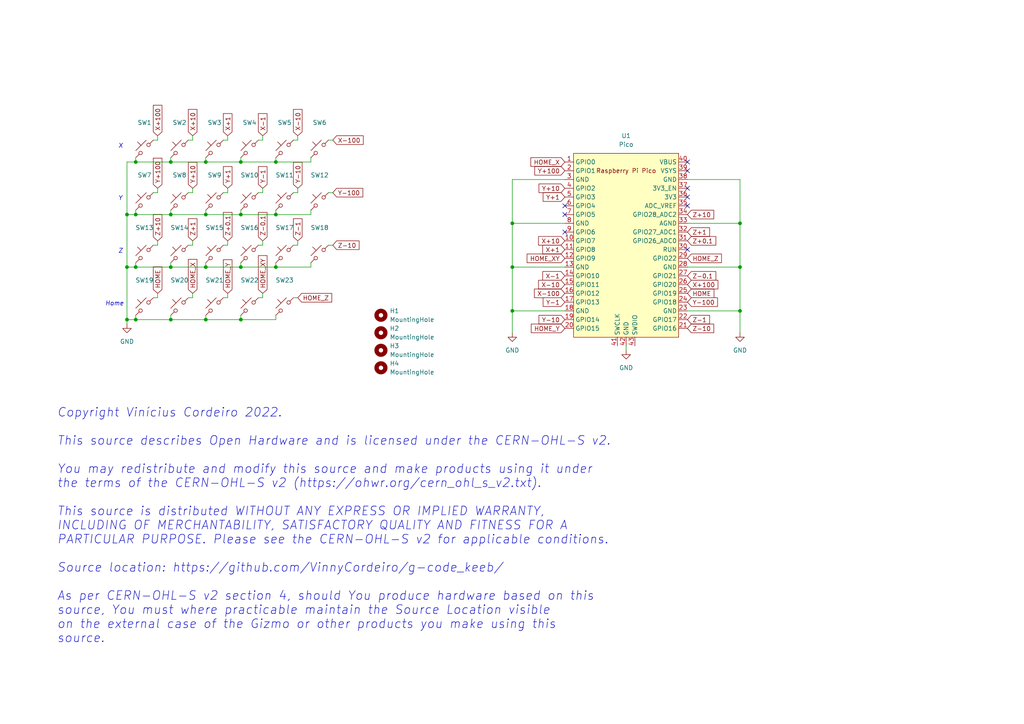
<source format=kicad_sch>
(kicad_sch (version 20211123) (generator eeschema)

  (uuid e63e39d7-6ac0-4ffd-8aa3-1841a4541b55)

  (paper "A4")

  (title_block
    (title "G-Code keeb - tact switches")
    (date "2022-05-20")
    (rev "1")
  )

  (lib_symbols
    (symbol "MCU_RaspberryPi_and_Boards:Pico" (in_bom yes) (on_board yes)
      (property "Reference" "U" (id 0) (at -13.97 27.94 0)
        (effects (font (size 1.27 1.27)))
      )
      (property "Value" "Pico" (id 1) (at 0 19.05 0)
        (effects (font (size 1.27 1.27)))
      )
      (property "Footprint" "RPi_Pico:RPi_Pico_SMD_TH" (id 2) (at 0 0 90)
        (effects (font (size 1.27 1.27)) hide)
      )
      (property "Datasheet" "" (id 3) (at 0 0 0)
        (effects (font (size 1.27 1.27)) hide)
      )
      (symbol "Pico_0_0"
        (text "Raspberry Pi Pico" (at 0 21.59 0)
          (effects (font (size 1.27 1.27)))
        )
      )
      (symbol "Pico_0_1"
        (rectangle (start -15.24 26.67) (end 15.24 -26.67)
          (stroke (width 0) (type default) (color 0 0 0 0))
          (fill (type background))
        )
      )
      (symbol "Pico_1_1"
        (pin bidirectional line (at -17.78 24.13 0) (length 2.54)
          (name "GPIO0" (effects (font (size 1.27 1.27))))
          (number "1" (effects (font (size 1.27 1.27))))
        )
        (pin bidirectional line (at -17.78 1.27 0) (length 2.54)
          (name "GPIO7" (effects (font (size 1.27 1.27))))
          (number "10" (effects (font (size 1.27 1.27))))
        )
        (pin bidirectional line (at -17.78 -1.27 0) (length 2.54)
          (name "GPIO8" (effects (font (size 1.27 1.27))))
          (number "11" (effects (font (size 1.27 1.27))))
        )
        (pin bidirectional line (at -17.78 -3.81 0) (length 2.54)
          (name "GPIO9" (effects (font (size 1.27 1.27))))
          (number "12" (effects (font (size 1.27 1.27))))
        )
        (pin power_in line (at -17.78 -6.35 0) (length 2.54)
          (name "GND" (effects (font (size 1.27 1.27))))
          (number "13" (effects (font (size 1.27 1.27))))
        )
        (pin bidirectional line (at -17.78 -8.89 0) (length 2.54)
          (name "GPIO10" (effects (font (size 1.27 1.27))))
          (number "14" (effects (font (size 1.27 1.27))))
        )
        (pin bidirectional line (at -17.78 -11.43 0) (length 2.54)
          (name "GPIO11" (effects (font (size 1.27 1.27))))
          (number "15" (effects (font (size 1.27 1.27))))
        )
        (pin bidirectional line (at -17.78 -13.97 0) (length 2.54)
          (name "GPIO12" (effects (font (size 1.27 1.27))))
          (number "16" (effects (font (size 1.27 1.27))))
        )
        (pin bidirectional line (at -17.78 -16.51 0) (length 2.54)
          (name "GPIO13" (effects (font (size 1.27 1.27))))
          (number "17" (effects (font (size 1.27 1.27))))
        )
        (pin power_in line (at -17.78 -19.05 0) (length 2.54)
          (name "GND" (effects (font (size 1.27 1.27))))
          (number "18" (effects (font (size 1.27 1.27))))
        )
        (pin bidirectional line (at -17.78 -21.59 0) (length 2.54)
          (name "GPIO14" (effects (font (size 1.27 1.27))))
          (number "19" (effects (font (size 1.27 1.27))))
        )
        (pin bidirectional line (at -17.78 21.59 0) (length 2.54)
          (name "GPIO1" (effects (font (size 1.27 1.27))))
          (number "2" (effects (font (size 1.27 1.27))))
        )
        (pin bidirectional line (at -17.78 -24.13 0) (length 2.54)
          (name "GPIO15" (effects (font (size 1.27 1.27))))
          (number "20" (effects (font (size 1.27 1.27))))
        )
        (pin bidirectional line (at 17.78 -24.13 180) (length 2.54)
          (name "GPIO16" (effects (font (size 1.27 1.27))))
          (number "21" (effects (font (size 1.27 1.27))))
        )
        (pin bidirectional line (at 17.78 -21.59 180) (length 2.54)
          (name "GPIO17" (effects (font (size 1.27 1.27))))
          (number "22" (effects (font (size 1.27 1.27))))
        )
        (pin power_in line (at 17.78 -19.05 180) (length 2.54)
          (name "GND" (effects (font (size 1.27 1.27))))
          (number "23" (effects (font (size 1.27 1.27))))
        )
        (pin bidirectional line (at 17.78 -16.51 180) (length 2.54)
          (name "GPIO18" (effects (font (size 1.27 1.27))))
          (number "24" (effects (font (size 1.27 1.27))))
        )
        (pin bidirectional line (at 17.78 -13.97 180) (length 2.54)
          (name "GPIO19" (effects (font (size 1.27 1.27))))
          (number "25" (effects (font (size 1.27 1.27))))
        )
        (pin bidirectional line (at 17.78 -11.43 180) (length 2.54)
          (name "GPIO20" (effects (font (size 1.27 1.27))))
          (number "26" (effects (font (size 1.27 1.27))))
        )
        (pin bidirectional line (at 17.78 -8.89 180) (length 2.54)
          (name "GPIO21" (effects (font (size 1.27 1.27))))
          (number "27" (effects (font (size 1.27 1.27))))
        )
        (pin power_in line (at 17.78 -6.35 180) (length 2.54)
          (name "GND" (effects (font (size 1.27 1.27))))
          (number "28" (effects (font (size 1.27 1.27))))
        )
        (pin bidirectional line (at 17.78 -3.81 180) (length 2.54)
          (name "GPIO22" (effects (font (size 1.27 1.27))))
          (number "29" (effects (font (size 1.27 1.27))))
        )
        (pin power_in line (at -17.78 19.05 0) (length 2.54)
          (name "GND" (effects (font (size 1.27 1.27))))
          (number "3" (effects (font (size 1.27 1.27))))
        )
        (pin input line (at 17.78 -1.27 180) (length 2.54)
          (name "RUN" (effects (font (size 1.27 1.27))))
          (number "30" (effects (font (size 1.27 1.27))))
        )
        (pin bidirectional line (at 17.78 1.27 180) (length 2.54)
          (name "GPIO26_ADC0" (effects (font (size 1.27 1.27))))
          (number "31" (effects (font (size 1.27 1.27))))
        )
        (pin bidirectional line (at 17.78 3.81 180) (length 2.54)
          (name "GPIO27_ADC1" (effects (font (size 1.27 1.27))))
          (number "32" (effects (font (size 1.27 1.27))))
        )
        (pin power_in line (at 17.78 6.35 180) (length 2.54)
          (name "AGND" (effects (font (size 1.27 1.27))))
          (number "33" (effects (font (size 1.27 1.27))))
        )
        (pin bidirectional line (at 17.78 8.89 180) (length 2.54)
          (name "GPIO28_ADC2" (effects (font (size 1.27 1.27))))
          (number "34" (effects (font (size 1.27 1.27))))
        )
        (pin power_in line (at 17.78 11.43 180) (length 2.54)
          (name "ADC_VREF" (effects (font (size 1.27 1.27))))
          (number "35" (effects (font (size 1.27 1.27))))
        )
        (pin power_in line (at 17.78 13.97 180) (length 2.54)
          (name "3V3" (effects (font (size 1.27 1.27))))
          (number "36" (effects (font (size 1.27 1.27))))
        )
        (pin input line (at 17.78 16.51 180) (length 2.54)
          (name "3V3_EN" (effects (font (size 1.27 1.27))))
          (number "37" (effects (font (size 1.27 1.27))))
        )
        (pin bidirectional line (at 17.78 19.05 180) (length 2.54)
          (name "GND" (effects (font (size 1.27 1.27))))
          (number "38" (effects (font (size 1.27 1.27))))
        )
        (pin power_in line (at 17.78 21.59 180) (length 2.54)
          (name "VSYS" (effects (font (size 1.27 1.27))))
          (number "39" (effects (font (size 1.27 1.27))))
        )
        (pin bidirectional line (at -17.78 16.51 0) (length 2.54)
          (name "GPIO2" (effects (font (size 1.27 1.27))))
          (number "4" (effects (font (size 1.27 1.27))))
        )
        (pin power_in line (at 17.78 24.13 180) (length 2.54)
          (name "VBUS" (effects (font (size 1.27 1.27))))
          (number "40" (effects (font (size 1.27 1.27))))
        )
        (pin input line (at -2.54 -29.21 90) (length 2.54)
          (name "SWCLK" (effects (font (size 1.27 1.27))))
          (number "41" (effects (font (size 1.27 1.27))))
        )
        (pin power_in line (at 0 -29.21 90) (length 2.54)
          (name "GND" (effects (font (size 1.27 1.27))))
          (number "42" (effects (font (size 1.27 1.27))))
        )
        (pin bidirectional line (at 2.54 -29.21 90) (length 2.54)
          (name "SWDIO" (effects (font (size 1.27 1.27))))
          (number "43" (effects (font (size 1.27 1.27))))
        )
        (pin bidirectional line (at -17.78 13.97 0) (length 2.54)
          (name "GPIO3" (effects (font (size 1.27 1.27))))
          (number "5" (effects (font (size 1.27 1.27))))
        )
        (pin bidirectional line (at -17.78 11.43 0) (length 2.54)
          (name "GPIO4" (effects (font (size 1.27 1.27))))
          (number "6" (effects (font (size 1.27 1.27))))
        )
        (pin bidirectional line (at -17.78 8.89 0) (length 2.54)
          (name "GPIO5" (effects (font (size 1.27 1.27))))
          (number "7" (effects (font (size 1.27 1.27))))
        )
        (pin power_in line (at -17.78 6.35 0) (length 2.54)
          (name "GND" (effects (font (size 1.27 1.27))))
          (number "8" (effects (font (size 1.27 1.27))))
        )
        (pin bidirectional line (at -17.78 3.81 0) (length 2.54)
          (name "GPIO6" (effects (font (size 1.27 1.27))))
          (number "9" (effects (font (size 1.27 1.27))))
        )
      )
    )
    (symbol "Mechanical:MountingHole" (pin_names (offset 1.016)) (in_bom yes) (on_board yes)
      (property "Reference" "H" (id 0) (at 0 5.08 0)
        (effects (font (size 1.27 1.27)))
      )
      (property "Value" "MountingHole" (id 1) (at 0 3.175 0)
        (effects (font (size 1.27 1.27)))
      )
      (property "Footprint" "" (id 2) (at 0 0 0)
        (effects (font (size 1.27 1.27)) hide)
      )
      (property "Datasheet" "~" (id 3) (at 0 0 0)
        (effects (font (size 1.27 1.27)) hide)
      )
      (property "ki_keywords" "mounting hole" (id 4) (at 0 0 0)
        (effects (font (size 1.27 1.27)) hide)
      )
      (property "ki_description" "Mounting Hole without connection" (id 5) (at 0 0 0)
        (effects (font (size 1.27 1.27)) hide)
      )
      (property "ki_fp_filters" "MountingHole*" (id 6) (at 0 0 0)
        (effects (font (size 1.27 1.27)) hide)
      )
      (symbol "MountingHole_0_1"
        (circle (center 0 0) (radius 1.27)
          (stroke (width 1.27) (type default) (color 0 0 0 0))
          (fill (type none))
        )
      )
    )
    (symbol "Switch:SW_Push_45deg" (pin_numbers hide) (pin_names (offset 1.016) hide) (in_bom yes) (on_board yes)
      (property "Reference" "SW" (id 0) (at 3.048 1.016 0)
        (effects (font (size 1.27 1.27)) (justify left))
      )
      (property "Value" "SW_Push_45deg" (id 1) (at 0 -3.81 0)
        (effects (font (size 1.27 1.27)))
      )
      (property "Footprint" "" (id 2) (at 0 0 0)
        (effects (font (size 1.27 1.27)) hide)
      )
      (property "Datasheet" "~" (id 3) (at 0 0 0)
        (effects (font (size 1.27 1.27)) hide)
      )
      (property "ki_keywords" "switch normally-open pushbutton push-button" (id 4) (at 0 0 0)
        (effects (font (size 1.27 1.27)) hide)
      )
      (property "ki_description" "Push button switch, normally open, two pins, 45° tilted" (id 5) (at 0 0 0)
        (effects (font (size 1.27 1.27)) hide)
      )
      (symbol "SW_Push_45deg_0_1"
        (circle (center -1.1684 1.1684) (radius 0.508)
          (stroke (width 0) (type default) (color 0 0 0 0))
          (fill (type none))
        )
        (polyline
          (pts
            (xy -0.508 2.54)
            (xy 2.54 -0.508)
          )
          (stroke (width 0) (type default) (color 0 0 0 0))
          (fill (type none))
        )
        (polyline
          (pts
            (xy 1.016 1.016)
            (xy 2.032 2.032)
          )
          (stroke (width 0) (type default) (color 0 0 0 0))
          (fill (type none))
        )
        (polyline
          (pts
            (xy -2.54 2.54)
            (xy -1.524 1.524)
            (xy -1.524 1.524)
          )
          (stroke (width 0) (type default) (color 0 0 0 0))
          (fill (type none))
        )
        (polyline
          (pts
            (xy 1.524 -1.524)
            (xy 2.54 -2.54)
            (xy 2.54 -2.54)
            (xy 2.54 -2.54)
          )
          (stroke (width 0) (type default) (color 0 0 0 0))
          (fill (type none))
        )
        (circle (center 1.143 -1.1938) (radius 0.508)
          (stroke (width 0) (type default) (color 0 0 0 0))
          (fill (type none))
        )
        (pin passive line (at -2.54 2.54 0) (length 0)
          (name "1" (effects (font (size 1.27 1.27))))
          (number "1" (effects (font (size 1.27 1.27))))
        )
        (pin passive line (at 2.54 -2.54 180) (length 0)
          (name "2" (effects (font (size 1.27 1.27))))
          (number "2" (effects (font (size 1.27 1.27))))
        )
      )
    )
    (symbol "power:GND" (power) (pin_names (offset 0)) (in_bom yes) (on_board yes)
      (property "Reference" "#PWR" (id 0) (at 0 -6.35 0)
        (effects (font (size 1.27 1.27)) hide)
      )
      (property "Value" "GND" (id 1) (at 0 -3.81 0)
        (effects (font (size 1.27 1.27)))
      )
      (property "Footprint" "" (id 2) (at 0 0 0)
        (effects (font (size 1.27 1.27)) hide)
      )
      (property "Datasheet" "" (id 3) (at 0 0 0)
        (effects (font (size 1.27 1.27)) hide)
      )
      (property "ki_keywords" "power-flag" (id 4) (at 0 0 0)
        (effects (font (size 1.27 1.27)) hide)
      )
      (property "ki_description" "Power symbol creates a global label with name \"GND\" , ground" (id 5) (at 0 0 0)
        (effects (font (size 1.27 1.27)) hide)
      )
      (symbol "GND_0_1"
        (polyline
          (pts
            (xy 0 0)
            (xy 0 -1.27)
            (xy 1.27 -1.27)
            (xy 0 -2.54)
            (xy -1.27 -1.27)
            (xy 0 -1.27)
          )
          (stroke (width 0) (type default) (color 0 0 0 0))
          (fill (type none))
        )
      )
      (symbol "GND_1_1"
        (pin power_in line (at 0 0 270) (length 0) hide
          (name "GND" (effects (font (size 1.27 1.27))))
          (number "1" (effects (font (size 1.27 1.27))))
        )
      )
    )
  )

  (junction (at 148.59 77.47) (diameter 0) (color 0 0 0 0)
    (uuid 04c5242c-bdd0-408d-9e96-7e879996ee26)
  )
  (junction (at 69.85 77.47) (diameter 0) (color 0 0 0 0)
    (uuid 091bc32a-5b5e-4aa8-bc5a-2ae1b1ce1be2)
  )
  (junction (at 59.69 46.99) (diameter 0) (color 0 0 0 0)
    (uuid 0bf99872-2673-4717-8edf-55d839e3bf8e)
  )
  (junction (at 39.37 77.47) (diameter 0) (color 0 0 0 0)
    (uuid 0fea036e-0050-4dc7-9f92-9d1cf6ef5ed7)
  )
  (junction (at 148.59 64.77) (diameter 0) (color 0 0 0 0)
    (uuid 12405b85-cddb-4b9b-9687-723dbc14bff5)
  )
  (junction (at 214.63 64.77) (diameter 0) (color 0 0 0 0)
    (uuid 188d9763-9c4f-4d7f-8927-55aa2d2cbe7c)
  )
  (junction (at 49.53 62.23) (diameter 0) (color 0 0 0 0)
    (uuid 1b155261-2bb2-48a0-b308-bced7058f430)
  )
  (junction (at 59.69 62.23) (diameter 0) (color 0 0 0 0)
    (uuid 354c0dea-0230-4d67-9ef7-01ab0f68df6a)
  )
  (junction (at 148.59 90.17) (diameter 0) (color 0 0 0 0)
    (uuid 40d25f12-3ec3-4778-9a4d-254e08b669e1)
  )
  (junction (at 214.63 77.47) (diameter 0) (color 0 0 0 0)
    (uuid 4198922e-6637-4c0d-90a0-3f77e696468a)
  )
  (junction (at 69.85 62.23) (diameter 0) (color 0 0 0 0)
    (uuid 52bfaaf1-39fb-425f-9c3f-4d1a5ac7bf15)
  )
  (junction (at 36.83 92.71) (diameter 0) (color 0 0 0 0)
    (uuid 66a70357-4353-428a-af71-6e9fa56ec543)
  )
  (junction (at 39.37 62.23) (diameter 0) (color 0 0 0 0)
    (uuid 690ce19f-a6f0-4782-86ec-7cdc7de5cfdc)
  )
  (junction (at 69.85 46.99) (diameter 0) (color 0 0 0 0)
    (uuid 720f76d5-1a55-4c3f-99d2-9cd006188fd8)
  )
  (junction (at 80.01 62.23) (diameter 0) (color 0 0 0 0)
    (uuid 74eb4737-44fc-4c65-a53e-e28b2ae883c6)
  )
  (junction (at 49.53 46.99) (diameter 0) (color 0 0 0 0)
    (uuid 7531f555-a9e4-4c25-a436-f3760e832ce1)
  )
  (junction (at 39.37 92.71) (diameter 0) (color 0 0 0 0)
    (uuid 772a995e-560e-431a-a777-2b2594f606de)
  )
  (junction (at 80.01 77.47) (diameter 0) (color 0 0 0 0)
    (uuid 787c29f9-1dc1-47a0-a5ec-b9b4be77acc7)
  )
  (junction (at 39.37 46.99) (diameter 0) (color 0 0 0 0)
    (uuid 79b8a9ca-8152-4f73-999b-f8330a6294f9)
  )
  (junction (at 59.69 92.71) (diameter 0) (color 0 0 0 0)
    (uuid 88112238-bfc7-471b-af14-40dc324c2927)
  )
  (junction (at 214.63 90.17) (diameter 0) (color 0 0 0 0)
    (uuid 8e2b35c1-488e-4a17-b8a6-ca0d0332884d)
  )
  (junction (at 59.69 77.47) (diameter 0) (color 0 0 0 0)
    (uuid 91af72e5-8c39-4ed8-ac5b-1b8a44717a26)
  )
  (junction (at 80.01 46.99) (diameter 0) (color 0 0 0 0)
    (uuid ac9e953e-3389-4475-87bd-527ed18a01bc)
  )
  (junction (at 36.83 62.23) (diameter 0) (color 0 0 0 0)
    (uuid b76a7a2c-fb56-484c-ba25-699e73e3c85c)
  )
  (junction (at 36.83 77.47) (diameter 0) (color 0 0 0 0)
    (uuid c15ffe7c-1d0c-4891-9133-59a78d725bc0)
  )
  (junction (at 69.85 92.71) (diameter 0) (color 0 0 0 0)
    (uuid c9cd03ce-0acd-4c89-b5dc-3e3497ec9525)
  )
  (junction (at 49.53 92.71) (diameter 0) (color 0 0 0 0)
    (uuid def20c8a-6f2c-4fb5-ad3d-f24f5f1c0123)
  )
  (junction (at 49.53 77.47) (diameter 0) (color 0 0 0 0)
    (uuid fd50e7af-3214-4c15-b588-3d8eb21338eb)
  )

  (no_connect (at 163.83 59.69) (uuid b0e15190-543d-4146-afcc-0f22aba7d64f))
  (no_connect (at 163.83 62.23) (uuid b0e15190-543d-4146-afcc-0f22aba7d64f))
  (no_connect (at 163.83 67.31) (uuid b0e15190-543d-4146-afcc-0f22aba7d64f))
  (no_connect (at 199.39 72.39) (uuid b8baec75-e451-488d-998e-57025522d293))
  (no_connect (at 199.39 46.99) (uuid c1b258f3-97a9-4e0b-88d2-22f0aed7823e))
  (no_connect (at 199.39 49.53) (uuid c1b258f3-97a9-4e0b-88d2-22f0aed7823e))
  (no_connect (at 199.39 54.61) (uuid c1b258f3-97a9-4e0b-88d2-22f0aed7823e))
  (no_connect (at 199.39 57.15) (uuid c1b258f3-97a9-4e0b-88d2-22f0aed7823e))
  (no_connect (at 199.39 59.69) (uuid c1b258f3-97a9-4e0b-88d2-22f0aed7823e))

  (wire (pts (xy 49.53 92.71) (xy 39.37 92.71))
    (stroke (width 0) (type default) (color 0 0 0 0))
    (uuid 02fee0d7-b220-4e59-af5d-d8e59c0b9904)
  )
  (wire (pts (xy 80.01 60.96) (xy 80.01 62.23))
    (stroke (width 0) (type default) (color 0 0 0 0))
    (uuid 0526d980-b164-4982-8b77-4d5f42b04442)
  )
  (wire (pts (xy 66.04 55.88) (xy 64.77 55.88))
    (stroke (width 0) (type default) (color 0 0 0 0))
    (uuid 05acc902-268b-45cc-adf6-879673862219)
  )
  (wire (pts (xy 86.36 39.37) (xy 86.36 40.64))
    (stroke (width 0) (type default) (color 0 0 0 0))
    (uuid 08903cae-5aa6-4008-93fc-fa106be4ef53)
  )
  (wire (pts (xy 66.04 85.09) (xy 66.04 86.36))
    (stroke (width 0) (type default) (color 0 0 0 0))
    (uuid 0a4e7543-a23d-4b23-b698-61aea303c009)
  )
  (wire (pts (xy 90.17 60.96) (xy 90.17 62.23))
    (stroke (width 0) (type default) (color 0 0 0 0))
    (uuid 0b725265-f55c-4397-8a4f-98c03f5a11f2)
  )
  (wire (pts (xy 55.88 69.85) (xy 55.88 71.12))
    (stroke (width 0) (type default) (color 0 0 0 0))
    (uuid 12b61bc6-e60a-4d58-b1c0-8eaa7d834051)
  )
  (wire (pts (xy 148.59 77.47) (xy 148.59 90.17))
    (stroke (width 0) (type default) (color 0 0 0 0))
    (uuid 12f6a611-8198-4504-bc3a-851d32f6f25e)
  )
  (wire (pts (xy 148.59 64.77) (xy 148.59 77.47))
    (stroke (width 0) (type default) (color 0 0 0 0))
    (uuid 1973ee17-1744-4765-b7db-4de39e2f05fc)
  )
  (wire (pts (xy 80.01 62.23) (xy 69.85 62.23))
    (stroke (width 0) (type default) (color 0 0 0 0))
    (uuid 19e10ca1-1c32-4b9a-bd53-81938d54a232)
  )
  (wire (pts (xy 90.17 77.47) (xy 80.01 77.47))
    (stroke (width 0) (type default) (color 0 0 0 0))
    (uuid 1abad5cc-ec41-4b3a-824d-9e4be9adc174)
  )
  (wire (pts (xy 86.36 69.85) (xy 86.36 71.12))
    (stroke (width 0) (type default) (color 0 0 0 0))
    (uuid 1c4c3ff9-a27c-44fe-8969-08c532342847)
  )
  (wire (pts (xy 148.59 90.17) (xy 148.59 96.52))
    (stroke (width 0) (type default) (color 0 0 0 0))
    (uuid 225bdf52-e864-462e-9f13-511391fe95ee)
  )
  (wire (pts (xy 55.88 85.09) (xy 55.88 86.36))
    (stroke (width 0) (type default) (color 0 0 0 0))
    (uuid 228c259d-9d9c-43c4-b608-a01e4c300d0a)
  )
  (wire (pts (xy 214.63 77.47) (xy 214.63 90.17))
    (stroke (width 0) (type default) (color 0 0 0 0))
    (uuid 22ceba08-23b8-4a97-97dd-dd051b17e6e8)
  )
  (wire (pts (xy 66.04 86.36) (xy 64.77 86.36))
    (stroke (width 0) (type default) (color 0 0 0 0))
    (uuid 266808ca-ee10-403b-81f4-e3d645e0d6bf)
  )
  (wire (pts (xy 199.39 77.47) (xy 214.63 77.47))
    (stroke (width 0) (type default) (color 0 0 0 0))
    (uuid 271ec11c-16b1-4a33-a86b-085ca8c589f2)
  )
  (wire (pts (xy 39.37 76.2) (xy 39.37 77.47))
    (stroke (width 0) (type default) (color 0 0 0 0))
    (uuid 297bad40-e53b-4d97-92b1-2872811c29bb)
  )
  (wire (pts (xy 45.72 40.64) (xy 44.45 40.64))
    (stroke (width 0) (type default) (color 0 0 0 0))
    (uuid 2b26a066-60b2-4043-a61e-c9a0294164b5)
  )
  (wire (pts (xy 90.17 76.2) (xy 90.17 77.47))
    (stroke (width 0) (type default) (color 0 0 0 0))
    (uuid 306cdc22-159b-449b-8b7d-98fb3f815125)
  )
  (wire (pts (xy 95.25 40.64) (xy 96.52 40.64))
    (stroke (width 0) (type default) (color 0 0 0 0))
    (uuid 36585024-ea75-458d-8644-f837d8c5d11f)
  )
  (wire (pts (xy 148.59 52.07) (xy 148.59 64.77))
    (stroke (width 0) (type default) (color 0 0 0 0))
    (uuid 4077d67d-ac26-4278-bf59-2942b3787fee)
  )
  (wire (pts (xy 45.72 85.09) (xy 45.72 86.36))
    (stroke (width 0) (type default) (color 0 0 0 0))
    (uuid 408736ae-9ac6-47b2-8da2-30a89728fea7)
  )
  (wire (pts (xy 59.69 76.2) (xy 59.69 77.47))
    (stroke (width 0) (type default) (color 0 0 0 0))
    (uuid 41bb8817-d26f-44af-a5f3-946448e72ddf)
  )
  (wire (pts (xy 39.37 77.47) (xy 36.83 77.47))
    (stroke (width 0) (type default) (color 0 0 0 0))
    (uuid 432340b7-be0e-4167-bcf6-7aadc07d2351)
  )
  (wire (pts (xy 214.63 90.17) (xy 199.39 90.17))
    (stroke (width 0) (type default) (color 0 0 0 0))
    (uuid 45783278-facf-4764-9287-1f90886e85a1)
  )
  (wire (pts (xy 49.53 62.23) (xy 39.37 62.23))
    (stroke (width 0) (type default) (color 0 0 0 0))
    (uuid 46c823cf-0c9d-43cd-a483-3c934e564225)
  )
  (wire (pts (xy 55.88 86.36) (xy 54.61 86.36))
    (stroke (width 0) (type default) (color 0 0 0 0))
    (uuid 46d65540-c6b0-44f7-b769-25f280a9f2a0)
  )
  (wire (pts (xy 76.2 86.36) (xy 74.93 86.36))
    (stroke (width 0) (type default) (color 0 0 0 0))
    (uuid 493414cf-3560-47ef-80d9-89e6979bcb0e)
  )
  (wire (pts (xy 45.72 39.37) (xy 45.72 40.64))
    (stroke (width 0) (type default) (color 0 0 0 0))
    (uuid 4ab33e66-b3ec-4d7f-b01c-8bcff0a18b31)
  )
  (wire (pts (xy 66.04 54.61) (xy 66.04 55.88))
    (stroke (width 0) (type default) (color 0 0 0 0))
    (uuid 4c69898c-be98-4030-aec2-94f947be2578)
  )
  (wire (pts (xy 49.53 76.2) (xy 49.53 77.47))
    (stroke (width 0) (type default) (color 0 0 0 0))
    (uuid 545079d8-8238-4da7-bd79-be4c559031d3)
  )
  (wire (pts (xy 163.83 90.17) (xy 148.59 90.17))
    (stroke (width 0) (type default) (color 0 0 0 0))
    (uuid 56122d34-d336-4ddd-a571-afb4763dbeca)
  )
  (wire (pts (xy 49.53 77.47) (xy 39.37 77.47))
    (stroke (width 0) (type default) (color 0 0 0 0))
    (uuid 5654c544-b986-4a43-b9b9-aa2a3ca34520)
  )
  (wire (pts (xy 59.69 60.96) (xy 59.69 62.23))
    (stroke (width 0) (type default) (color 0 0 0 0))
    (uuid 58669e33-a01a-445a-8477-bd249bbee600)
  )
  (wire (pts (xy 80.01 77.47) (xy 69.85 77.47))
    (stroke (width 0) (type default) (color 0 0 0 0))
    (uuid 5afd4c6b-ea6b-45db-921a-999fbf8a2455)
  )
  (wire (pts (xy 214.63 52.07) (xy 199.39 52.07))
    (stroke (width 0) (type default) (color 0 0 0 0))
    (uuid 5b452129-56b6-4bc3-bd67-704ca2015a13)
  )
  (wire (pts (xy 90.17 46.99) (xy 80.01 46.99))
    (stroke (width 0) (type default) (color 0 0 0 0))
    (uuid 5b9fd262-737d-4714-985c-169293bdfaa6)
  )
  (wire (pts (xy 80.01 76.2) (xy 80.01 77.47))
    (stroke (width 0) (type default) (color 0 0 0 0))
    (uuid 601328d1-370f-4c9c-87d7-fcd910e71739)
  )
  (wire (pts (xy 214.63 64.77) (xy 214.63 77.47))
    (stroke (width 0) (type default) (color 0 0 0 0))
    (uuid 606b1747-6133-4ac6-8ef1-9693482eba20)
  )
  (wire (pts (xy 214.63 64.77) (xy 199.4331 64.77))
    (stroke (width 0) (type default) (color 0 0 0 0))
    (uuid 60ae0db4-d058-4140-8cf5-f3f94eed2d90)
  )
  (wire (pts (xy 163.83 52.07) (xy 148.59 52.07))
    (stroke (width 0) (type default) (color 0 0 0 0))
    (uuid 62fbb438-7438-4020-9625-91bb601ab842)
  )
  (wire (pts (xy 76.2 54.61) (xy 76.2 55.88))
    (stroke (width 0) (type default) (color 0 0 0 0))
    (uuid 63b0d335-e113-4c3a-a90b-04fc8f453111)
  )
  (wire (pts (xy 45.72 54.61) (xy 45.72 55.88))
    (stroke (width 0) (type default) (color 0 0 0 0))
    (uuid 6a407584-f38e-4586-993d-3aababaa3479)
  )
  (wire (pts (xy 80.01 92.71) (xy 69.85 92.71))
    (stroke (width 0) (type default) (color 0 0 0 0))
    (uuid 6cb92dbd-0573-41c8-97dc-4ea146a463b1)
  )
  (wire (pts (xy 49.53 60.96) (xy 49.53 62.23))
    (stroke (width 0) (type default) (color 0 0 0 0))
    (uuid 6d4f86ff-c26a-4a14-ba14-ef670caa179f)
  )
  (wire (pts (xy 49.53 46.99) (xy 39.37 46.99))
    (stroke (width 0) (type default) (color 0 0 0 0))
    (uuid 70b40129-e2e4-499b-8551-f6f3aa1182cb)
  )
  (wire (pts (xy 69.85 60.96) (xy 69.85 62.23))
    (stroke (width 0) (type default) (color 0 0 0 0))
    (uuid 715f618e-ccb2-46bf-a56c-1c019fa48250)
  )
  (wire (pts (xy 86.36 40.64) (xy 85.09 40.64))
    (stroke (width 0) (type default) (color 0 0 0 0))
    (uuid 740b5751-c1ee-47f4-9bf8-58a84825b795)
  )
  (wire (pts (xy 59.69 46.99) (xy 49.53 46.99))
    (stroke (width 0) (type default) (color 0 0 0 0))
    (uuid 7410e935-4489-4852-8523-c73e0d21fc1a)
  )
  (wire (pts (xy 55.88 55.88) (xy 54.61 55.88))
    (stroke (width 0) (type default) (color 0 0 0 0))
    (uuid 77e0ab9f-718d-4d13-8340-3da12d238d3a)
  )
  (wire (pts (xy 85.09 86.36) (xy 86.36 86.36))
    (stroke (width 0) (type default) (color 0 0 0 0))
    (uuid 78ff2e79-0a16-43e2-9f58-ed5322dffed4)
  )
  (wire (pts (xy 86.36 71.12) (xy 85.09 71.12))
    (stroke (width 0) (type default) (color 0 0 0 0))
    (uuid 7ac05b21-f399-40d4-8e26-6d6952d7ef44)
  )
  (wire (pts (xy 90.17 45.72) (xy 90.17 46.99))
    (stroke (width 0) (type default) (color 0 0 0 0))
    (uuid 7c948802-03c5-4cb4-a20d-e6281a87cdc3)
  )
  (wire (pts (xy 80.01 45.72) (xy 80.01 46.99))
    (stroke (width 0) (type default) (color 0 0 0 0))
    (uuid 813d1ba8-d551-4b9a-b55b-6365c5ca6fe6)
  )
  (wire (pts (xy 69.85 77.47) (xy 59.69 77.47))
    (stroke (width 0) (type default) (color 0 0 0 0))
    (uuid 81b875e8-cf44-4386-90d4-8eadb5c4f6c3)
  )
  (wire (pts (xy 59.69 91.44) (xy 59.69 92.71))
    (stroke (width 0) (type default) (color 0 0 0 0))
    (uuid 832a2946-468b-4ae3-8c03-73e77095a615)
  )
  (wire (pts (xy 95.25 71.12) (xy 96.52 71.12))
    (stroke (width 0) (type default) (color 0 0 0 0))
    (uuid 836ad456-d06e-4608-b69b-7990b939fe89)
  )
  (wire (pts (xy 36.83 62.23) (xy 36.83 46.99))
    (stroke (width 0) (type default) (color 0 0 0 0))
    (uuid 843038ce-061e-4632-aea0-8d9d48bb0f16)
  )
  (wire (pts (xy 45.72 55.88) (xy 44.45 55.88))
    (stroke (width 0) (type default) (color 0 0 0 0))
    (uuid 84a30f22-83cd-41b4-acf6-a79c45f832d5)
  )
  (wire (pts (xy 69.85 46.99) (xy 59.69 46.99))
    (stroke (width 0) (type default) (color 0 0 0 0))
    (uuid 863ffa52-ab6e-48b9-b0c3-dc8e37117ee0)
  )
  (wire (pts (xy 69.85 45.72) (xy 69.85 46.99))
    (stroke (width 0) (type default) (color 0 0 0 0))
    (uuid 86fdbc65-ea55-4abb-bb0e-de3d715f1401)
  )
  (wire (pts (xy 36.83 92.71) (xy 36.83 77.47))
    (stroke (width 0) (type default) (color 0 0 0 0))
    (uuid 892a0ecf-b3f0-478b-8da0-1a38931b757f)
  )
  (wire (pts (xy 39.37 62.23) (xy 36.83 62.23))
    (stroke (width 0) (type default) (color 0 0 0 0))
    (uuid 8edfcea7-1b53-45ae-8912-4e2ef45f8267)
  )
  (wire (pts (xy 76.2 69.85) (xy 76.2 71.12))
    (stroke (width 0) (type default) (color 0 0 0 0))
    (uuid 8efde3b4-c116-4bf3-b6b3-51bedba9072e)
  )
  (wire (pts (xy 36.83 46.99) (xy 39.37 46.99))
    (stroke (width 0) (type default) (color 0 0 0 0))
    (uuid 919afcd8-73b7-48c0-ad05-a51dc4919171)
  )
  (wire (pts (xy 59.69 62.23) (xy 49.53 62.23))
    (stroke (width 0) (type default) (color 0 0 0 0))
    (uuid 919f363b-c729-4932-9066-a3e663a70327)
  )
  (wire (pts (xy 66.04 39.37) (xy 66.04 40.64))
    (stroke (width 0) (type default) (color 0 0 0 0))
    (uuid 936a9ccc-d8ca-4fa7-aef9-6f73b0d070f6)
  )
  (wire (pts (xy 163.83 77.47) (xy 148.59 77.47))
    (stroke (width 0) (type default) (color 0 0 0 0))
    (uuid 95139b5a-cbd1-4f7d-9d86-433c69ae7d17)
  )
  (wire (pts (xy 69.85 62.23) (xy 59.69 62.23))
    (stroke (width 0) (type default) (color 0 0 0 0))
    (uuid 9688c45c-283a-407e-ac54-a93233ccb775)
  )
  (wire (pts (xy 76.2 71.12) (xy 74.93 71.12))
    (stroke (width 0) (type default) (color 0 0 0 0))
    (uuid 98865d88-70ef-4617-bd5d-6a1231116eb7)
  )
  (wire (pts (xy 76.2 40.64) (xy 74.93 40.64))
    (stroke (width 0) (type default) (color 0 0 0 0))
    (uuid 9a39b9e7-3b9d-4376-8426-47c9843f8bdc)
  )
  (wire (pts (xy 55.88 40.64) (xy 54.61 40.64))
    (stroke (width 0) (type default) (color 0 0 0 0))
    (uuid 9c8376a3-73fd-4f8f-bc0d-29af34d94f92)
  )
  (wire (pts (xy 214.63 90.17) (xy 214.63 96.52))
    (stroke (width 0) (type default) (color 0 0 0 0))
    (uuid 9ee03c15-36f2-4386-b2dc-6c16e558c695)
  )
  (wire (pts (xy 76.2 85.09) (xy 76.2 86.36))
    (stroke (width 0) (type default) (color 0 0 0 0))
    (uuid 9f9ac2d4-1b65-4c0e-b73f-518a1ff4456c)
  )
  (wire (pts (xy 39.37 60.96) (xy 39.37 62.23))
    (stroke (width 0) (type default) (color 0 0 0 0))
    (uuid a044b4fa-1ee3-43d5-8c69-94d3e9f11d93)
  )
  (wire (pts (xy 39.37 46.99) (xy 39.37 45.72))
    (stroke (width 0) (type default) (color 0 0 0 0))
    (uuid a1245c94-4ea9-43b5-9e4d-62313dbafa53)
  )
  (wire (pts (xy 69.85 76.2) (xy 69.85 77.47))
    (stroke (width 0) (type default) (color 0 0 0 0))
    (uuid a142aa42-fa2e-49f8-91f9-6ab5f50a969e)
  )
  (wire (pts (xy 181.61 100.33) (xy 181.61 101.6))
    (stroke (width 0) (type default) (color 0 0 0 0))
    (uuid a2b84ed6-142f-4b2f-b5e1-7259c115071e)
  )
  (wire (pts (xy 59.69 77.47) (xy 49.53 77.47))
    (stroke (width 0) (type default) (color 0 0 0 0))
    (uuid a713c37e-9fb0-4c8f-b2cc-65a2173af23d)
  )
  (wire (pts (xy 86.36 54.61) (xy 86.36 55.88))
    (stroke (width 0) (type default) (color 0 0 0 0))
    (uuid a85e94ea-1057-4d6d-b730-88e2c6747099)
  )
  (wire (pts (xy 49.53 91.44) (xy 49.53 92.71))
    (stroke (width 0) (type default) (color 0 0 0 0))
    (uuid aa144cb2-799a-4e31-a6ec-06aebf4c28b7)
  )
  (wire (pts (xy 59.69 45.72) (xy 59.69 46.99))
    (stroke (width 0) (type default) (color 0 0 0 0))
    (uuid aa466143-7870-478d-a536-a7e3a1428bd6)
  )
  (wire (pts (xy 45.72 71.12) (xy 44.45 71.12))
    (stroke (width 0) (type default) (color 0 0 0 0))
    (uuid abd58a51-3ef6-4b48-a942-16923d3ba0ce)
  )
  (wire (pts (xy 86.36 55.88) (xy 85.09 55.88))
    (stroke (width 0) (type default) (color 0 0 0 0))
    (uuid ae1a6ea4-7144-4f23-b454-45d8126edfbf)
  )
  (wire (pts (xy 45.72 69.85) (xy 45.72 71.12))
    (stroke (width 0) (type default) (color 0 0 0 0))
    (uuid b24a1a7f-5a4b-42bb-bbdd-821adef16b2e)
  )
  (wire (pts (xy 39.37 91.44) (xy 39.37 92.71))
    (stroke (width 0) (type default) (color 0 0 0 0))
    (uuid b295ed5f-2f4c-485c-96dd-a6183de83804)
  )
  (wire (pts (xy 214.63 52.07) (xy 214.63 64.77))
    (stroke (width 0) (type default) (color 0 0 0 0))
    (uuid bb3c27f8-fcd4-4805-9f21-38b0d9f71d88)
  )
  (wire (pts (xy 163.83 64.77) (xy 148.59 64.77))
    (stroke (width 0) (type default) (color 0 0 0 0))
    (uuid bb824ce2-6b9e-4c0a-be7f-a5f1bceda245)
  )
  (wire (pts (xy 80.01 46.99) (xy 69.85 46.99))
    (stroke (width 0) (type default) (color 0 0 0 0))
    (uuid bbd4f434-8f0e-4292-8460-acc6af6488f7)
  )
  (wire (pts (xy 69.85 91.44) (xy 69.85 92.71))
    (stroke (width 0) (type default) (color 0 0 0 0))
    (uuid bcc6f02b-1768-4467-8f74-0951fa710452)
  )
  (wire (pts (xy 76.2 55.88) (xy 74.93 55.88))
    (stroke (width 0) (type default) (color 0 0 0 0))
    (uuid bd3d1c3c-d175-4393-93d9-8e15b3af64f0)
  )
  (wire (pts (xy 76.2 39.37) (xy 76.2 40.64))
    (stroke (width 0) (type default) (color 0 0 0 0))
    (uuid c266d07e-c0c0-4f8e-b8b5-3816cb95d47a)
  )
  (wire (pts (xy 55.88 39.37) (xy 55.88 40.64))
    (stroke (width 0) (type default) (color 0 0 0 0))
    (uuid c43480f7-8832-4ec0-882a-c88bb2cd03de)
  )
  (wire (pts (xy 66.04 71.12) (xy 64.77 71.12))
    (stroke (width 0) (type default) (color 0 0 0 0))
    (uuid ceb23bdf-d6d4-4692-86e1-671e31fbc400)
  )
  (wire (pts (xy 36.83 92.71) (xy 36.83 93.98))
    (stroke (width 0) (type default) (color 0 0 0 0))
    (uuid d89655f6-08dc-4a1f-8ebc-9ba8e35b35dd)
  )
  (wire (pts (xy 80.01 91.44) (xy 80.01 92.71))
    (stroke (width 0) (type default) (color 0 0 0 0))
    (uuid e07d32e9-6abc-4b88-ba3a-2156fcbbcbb5)
  )
  (wire (pts (xy 95.25 55.88) (xy 96.52 55.88))
    (stroke (width 0) (type default) (color 0 0 0 0))
    (uuid e0d49ff3-3c39-4dfd-8bc1-44bbcb1fa59d)
  )
  (wire (pts (xy 90.17 62.23) (xy 80.01 62.23))
    (stroke (width 0) (type default) (color 0 0 0 0))
    (uuid e1c2603e-b7be-463c-b44b-7eb3683d3d40)
  )
  (wire (pts (xy 45.72 86.36) (xy 44.45 86.36))
    (stroke (width 0) (type default) (color 0 0 0 0))
    (uuid ea2970b7-67aa-488d-9e2f-13b491827e20)
  )
  (wire (pts (xy 59.69 92.71) (xy 49.53 92.71))
    (stroke (width 0) (type default) (color 0 0 0 0))
    (uuid eb98e6d1-5c18-4b0b-92fb-3fff158e1211)
  )
  (wire (pts (xy 69.85 92.71) (xy 59.69 92.71))
    (stroke (width 0) (type default) (color 0 0 0 0))
    (uuid ec9ba263-15d3-43ff-8795-332576696b7c)
  )
  (wire (pts (xy 39.37 92.71) (xy 36.83 92.71))
    (stroke (width 0) (type default) (color 0 0 0 0))
    (uuid f1738a68-b21b-4008-bec0-8a140b172ca0)
  )
  (wire (pts (xy 55.88 71.12) (xy 54.61 71.12))
    (stroke (width 0) (type default) (color 0 0 0 0))
    (uuid f2a50be0-4335-4ce4-96e3-1c33e9098d9c)
  )
  (wire (pts (xy 66.04 69.85) (xy 66.04 71.12))
    (stroke (width 0) (type default) (color 0 0 0 0))
    (uuid f2e53b03-bddf-4db3-836a-0c8c6dfb11b1)
  )
  (wire (pts (xy 49.53 45.72) (xy 49.53 46.99))
    (stroke (width 0) (type default) (color 0 0 0 0))
    (uuid f833d6de-e9b3-40ba-8dcf-3aecc75a702c)
  )
  (wire (pts (xy 55.88 54.61) (xy 55.88 55.88))
    (stroke (width 0) (type default) (color 0 0 0 0))
    (uuid fbc14de7-6929-4e9a-9e1a-ef625978862f)
  )
  (wire (pts (xy 66.04 40.64) (xy 64.77 40.64))
    (stroke (width 0) (type default) (color 0 0 0 0))
    (uuid fc54fbec-e78d-4c69-86be-a46b9cc5c440)
  )
  (wire (pts (xy 36.83 77.47) (xy 36.83 62.23))
    (stroke (width 0) (type default) (color 0 0 0 0))
    (uuid fd3460e6-8258-4908-9924-bdc1a652427a)
  )

  (text "Copyright Vinícius Cordeiro 2022.\n\nThis source describes Open Hardware and is licensed under the CERN-OHL-S v2.\n\nYou may redistribute and modify this source and make products using it under\nthe terms of the CERN-OHL-S v2 (https://ohwr.org/cern_ohl_s_v2.txt).\n\nThis source is distributed WITHOUT ANY EXPRESS OR IMPLIED WARRANTY,\nINCLUDING OF MERCHANTABILITY, SATISFACTORY QUALITY AND FITNESS FOR A\nPARTICULAR PURPOSE. Please see the CERN-OHL-S v2 for applicable conditions.\n\nSource location: https://github.com/VinnyCordeiro/g-code_keeb/\n\nAs per CERN-OHL-S v2 section 4, should You produce hardware based on this\nsource, You must where practicable maintain the Source Location visible\non the external case of the Gizmo or other products you make using this\nsource. "
    (at 16.51 186.69 0)
    (effects (font (size 2.54 2.54) italic) (justify left bottom))
    (uuid 227d236b-c8a0-4eff-96fe-36ff47a0f8e3)
  )
  (text "X" (at 34.29 43.18 0)
    (effects (font (size 1.27 1.27) italic) (justify left bottom))
    (uuid 67160da4-ec50-4e6d-9593-c9810353ce85)
  )
  (text "Z" (at 34.2847 73.6478 0)
    (effects (font (size 1.27 1.27) italic) (justify left bottom))
    (uuid ab0f4d8f-c708-4f3d-9e57-af491e187725)
  )
  (text "Home" (at 30.48 88.9 0)
    (effects (font (size 1.27 1.27) italic) (justify left bottom))
    (uuid abbb1f86-04c1-403c-9e0f-5b56c5f7f316)
  )
  (text "Y" (at 34.2847 58.3692 0)
    (effects (font (size 1.27 1.27) italic) (justify left bottom))
    (uuid c127116c-6ea9-4665-b62c-1ccc86254ac3)
  )

  (global_label "Z-10" (shape input) (at 199.39 95.25 0) (fields_autoplaced)
    (effects (font (size 1.27 1.27)) (justify left))
    (uuid 00d739b9-58f2-40ed-9c46-d1ca239d22da)
    (property "Intersheet References" "${INTERSHEET_REFS}" (id 0) (at 207.0041 95.1706 0)
      (effects (font (size 1.27 1.27)) (justify left) hide)
    )
  )
  (global_label "X+100" (shape input) (at 45.72 39.37 90) (fields_autoplaced)
    (effects (font (size 1.27 1.27)) (justify left))
    (uuid 0e8a2609-cd58-4d87-8470-ece2154cfed1)
    (property "Intersheet References" "${INTERSHEET_REFS}" (id 0) (at 45.6406 30.5464 90)
      (effects (font (size 1.27 1.27)) (justify left) hide)
    )
  )
  (global_label "Z-1" (shape input) (at 86.36 69.85 90) (fields_autoplaced)
    (effects (font (size 1.27 1.27)) (justify left))
    (uuid 107be9be-f9bf-4f44-ac48-25bc870b2927)
    (property "Intersheet References" "${INTERSHEET_REFS}" (id 0) (at 86.2806 63.4455 90)
      (effects (font (size 1.27 1.27)) (justify left) hide)
    )
  )
  (global_label "Y-100" (shape input) (at 96.52 55.88 0) (fields_autoplaced)
    (effects (font (size 1.27 1.27)) (justify left))
    (uuid 1657951d-7571-421b-bcad-c417ba6cda71)
    (property "Intersheet References" "${INTERSHEET_REFS}" (id 0) (at 105.2226 55.8006 0)
      (effects (font (size 1.27 1.27)) (justify left) hide)
    )
  )
  (global_label "Y+1" (shape input) (at 66.04 54.61 90) (fields_autoplaced)
    (effects (font (size 1.27 1.27)) (justify left))
    (uuid 1df5c448-4cc8-467e-8d8a-ea7a5ea15ed4)
    (property "Intersheet References" "${INTERSHEET_REFS}" (id 0) (at 65.9606 48.3264 90)
      (effects (font (size 1.27 1.27)) (justify left) hide)
    )
  )
  (global_label "HOME_Z" (shape input) (at 86.36 86.36 0) (fields_autoplaced)
    (effects (font (size 1.27 1.27)) (justify left))
    (uuid 2035864c-20a9-4275-9d22-b35f5e2f518d)
    (property "Intersheet References" "${INTERSHEET_REFS}" (id 0) (at 96.2117 86.2806 0)
      (effects (font (size 1.27 1.27)) (justify left) hide)
    )
  )
  (global_label "Y-100" (shape input) (at 199.39 87.63 0) (fields_autoplaced)
    (effects (font (size 1.27 1.27)) (justify left))
    (uuid 2cf930f9-7c91-480b-af62-25510b4e919c)
    (property "Intersheet References" "${INTERSHEET_REFS}" (id 0) (at 208.0926 87.5506 0)
      (effects (font (size 1.27 1.27)) (justify left) hide)
    )
  )
  (global_label "Z+10" (shape input) (at 199.39 62.23 0) (fields_autoplaced)
    (effects (font (size 1.27 1.27)) (justify left))
    (uuid 2f5839fc-20d4-4ede-9b88-b05d9b49e290)
    (property "Intersheet References" "${INTERSHEET_REFS}" (id 0) (at 207.0041 62.1506 0)
      (effects (font (size 1.27 1.27)) (justify left) hide)
    )
  )
  (global_label "HOME_Z" (shape input) (at 199.39 74.93 0) (fields_autoplaced)
    (effects (font (size 1.27 1.27)) (justify left))
    (uuid 353e69c7-75db-4a04-96c3-785fcb0ca8de)
    (property "Intersheet References" "${INTERSHEET_REFS}" (id 0) (at 209.2417 74.8506 0)
      (effects (font (size 1.27 1.27)) (justify left) hide)
    )
  )
  (global_label "Y+10" (shape input) (at 163.83 54.61 180) (fields_autoplaced)
    (effects (font (size 1.27 1.27)) (justify right))
    (uuid 35c7175f-711e-48cd-bd8e-19bf85481823)
    (property "Intersheet References" "${INTERSHEET_REFS}" (id 0) (at 156.3369 54.6894 0)
      (effects (font (size 1.27 1.27)) (justify right) hide)
    )
  )
  (global_label "HOME" (shape input) (at 45.72 85.09 90) (fields_autoplaced)
    (effects (font (size 1.27 1.27)) (justify left))
    (uuid 380d7397-d67a-4876-9b37-23a9e6d6f7ed)
    (property "Intersheet References" "${INTERSHEET_REFS}" (id 0) (at 45.6406 77.4155 90)
      (effects (font (size 1.27 1.27)) (justify left) hide)
    )
  )
  (global_label "Z+1" (shape input) (at 199.39 67.31 0) (fields_autoplaced)
    (effects (font (size 1.27 1.27)) (justify left))
    (uuid 40c24ede-14c1-41fe-91c8-f56e5128e703)
    (property "Intersheet References" "${INTERSHEET_REFS}" (id 0) (at 205.7945 67.2306 0)
      (effects (font (size 1.27 1.27)) (justify left) hide)
    )
  )
  (global_label "Z+1" (shape input) (at 55.88 69.85 90) (fields_autoplaced)
    (effects (font (size 1.27 1.27)) (justify left))
    (uuid 47f21d27-218a-499c-acfe-db2be5799dfe)
    (property "Intersheet References" "${INTERSHEET_REFS}" (id 0) (at 55.8006 63.4455 90)
      (effects (font (size 1.27 1.27)) (justify left) hide)
    )
  )
  (global_label "X-1" (shape input) (at 163.83 80.01 180) (fields_autoplaced)
    (effects (font (size 1.27 1.27)) (justify right))
    (uuid 4a8ebeeb-54db-4868-a300-5d329493dbfc)
    (property "Intersheet References" "${INTERSHEET_REFS}" (id 0) (at 157.4255 80.0894 0)
      (effects (font (size 1.27 1.27)) (justify right) hide)
    )
  )
  (global_label "Y+100" (shape input) (at 45.72 54.61 90) (fields_autoplaced)
    (effects (font (size 1.27 1.27)) (justify left))
    (uuid 53d00544-5cf5-4e51-9cf3-15eba12d1b2f)
    (property "Intersheet References" "${INTERSHEET_REFS}" (id 0) (at 45.6406 45.9074 90)
      (effects (font (size 1.27 1.27)) (justify left) hide)
    )
  )
  (global_label "Y+10" (shape input) (at 55.88 54.61 90) (fields_autoplaced)
    (effects (font (size 1.27 1.27)) (justify left))
    (uuid 645a5c52-ee42-4cd8-92da-11142ba88a4d)
    (property "Intersheet References" "${INTERSHEET_REFS}" (id 0) (at 55.8006 47.1169 90)
      (effects (font (size 1.27 1.27)) (justify left) hide)
    )
  )
  (global_label "Z-0.1" (shape input) (at 199.39 80.01 0) (fields_autoplaced)
    (effects (font (size 1.27 1.27)) (justify left))
    (uuid 64b32eb1-8e1d-4bf4-807f-765b4954725d)
    (property "Intersheet References" "${INTERSHEET_REFS}" (id 0) (at 207.6088 79.9306 0)
      (effects (font (size 1.27 1.27)) (justify left) hide)
    )
  )
  (global_label "HOME_X" (shape input) (at 55.88 85.09 90) (fields_autoplaced)
    (effects (font (size 1.27 1.27)) (justify left))
    (uuid 70058d16-5b12-4823-aec1-3141d5b09b89)
    (property "Intersheet References" "${INTERSHEET_REFS}" (id 0) (at 55.8006 75.2383 90)
      (effects (font (size 1.27 1.27)) (justify left) hide)
    )
  )
  (global_label "Z-1" (shape input) (at 199.39 92.71 0) (fields_autoplaced)
    (effects (font (size 1.27 1.27)) (justify left))
    (uuid 71b7d808-698a-4f74-8845-f431e176fca3)
    (property "Intersheet References" "${INTERSHEET_REFS}" (id 0) (at 205.7945 92.6306 0)
      (effects (font (size 1.27 1.27)) (justify left) hide)
    )
  )
  (global_label "Y-1" (shape input) (at 163.83 87.63 180) (fields_autoplaced)
    (effects (font (size 1.27 1.27)) (justify right))
    (uuid 76434c87-1bce-45c3-af17-9752adbe28b6)
    (property "Intersheet References" "${INTERSHEET_REFS}" (id 0) (at 157.5464 87.7094 0)
      (effects (font (size 1.27 1.27)) (justify right) hide)
    )
  )
  (global_label "X+10" (shape input) (at 163.83 69.85 180) (fields_autoplaced)
    (effects (font (size 1.27 1.27)) (justify right))
    (uuid 79b8a3ea-b143-4d41-beb6-54255f757662)
    (property "Intersheet References" "${INTERSHEET_REFS}" (id 0) (at 156.2159 69.9294 0)
      (effects (font (size 1.27 1.27)) (justify right) hide)
    )
  )
  (global_label "Z+0.1" (shape input) (at 199.39 69.85 0) (fields_autoplaced)
    (effects (font (size 1.27 1.27)) (justify left))
    (uuid 893daa49-b850-48e4-8b5c-b613d8ee6ec5)
    (property "Intersheet References" "${INTERSHEET_REFS}" (id 0) (at 207.6088 69.7706 0)
      (effects (font (size 1.27 1.27)) (justify left) hide)
    )
  )
  (global_label "Y-10" (shape input) (at 86.36 54.61 90) (fields_autoplaced)
    (effects (font (size 1.27 1.27)) (justify left))
    (uuid 913fd85f-b1ce-4c0c-aee5-1c7def2f1a77)
    (property "Intersheet References" "${INTERSHEET_REFS}" (id 0) (at 86.2806 47.1169 90)
      (effects (font (size 1.27 1.27)) (justify left) hide)
    )
  )
  (global_label "Z+0.1" (shape input) (at 66.04 69.85 90) (fields_autoplaced)
    (effects (font (size 1.27 1.27)) (justify left))
    (uuid 94e91f4c-90da-4686-a5bb-3ca456f650c5)
    (property "Intersheet References" "${INTERSHEET_REFS}" (id 0) (at 65.9606 61.6312 90)
      (effects (font (size 1.27 1.27)) (justify left) hide)
    )
  )
  (global_label "Y-10" (shape input) (at 163.83 92.71 180) (fields_autoplaced)
    (effects (font (size 1.27 1.27)) (justify right))
    (uuid a0c840f9-0c27-4f58-a835-eef453fd1eb4)
    (property "Intersheet References" "${INTERSHEET_REFS}" (id 0) (at 156.3369 92.7894 0)
      (effects (font (size 1.27 1.27)) (justify right) hide)
    )
  )
  (global_label "X+10" (shape input) (at 55.88 39.37 90) (fields_autoplaced)
    (effects (font (size 1.27 1.27)) (justify left))
    (uuid a2ab8e49-01c3-4d87-9fc4-ade93d263554)
    (property "Intersheet References" "${INTERSHEET_REFS}" (id 0) (at 55.8006 31.7559 90)
      (effects (font (size 1.27 1.27)) (justify left) hide)
    )
  )
  (global_label "Z+10" (shape input) (at 45.72 69.85 90) (fields_autoplaced)
    (effects (font (size 1.27 1.27)) (justify left))
    (uuid a2d7003c-de2d-4d04-ab9c-9a756132ae12)
    (property "Intersheet References" "${INTERSHEET_REFS}" (id 0) (at 45.6406 62.2359 90)
      (effects (font (size 1.27 1.27)) (justify left) hide)
    )
  )
  (global_label "HOME" (shape input) (at 199.39 85.09 0) (fields_autoplaced)
    (effects (font (size 1.27 1.27)) (justify left))
    (uuid a9e6678b-6d88-497d-80f9-37cef8dcddaf)
    (property "Intersheet References" "${INTERSHEET_REFS}" (id 0) (at 207.0645 85.0106 0)
      (effects (font (size 1.27 1.27)) (justify left) hide)
    )
  )
  (global_label "X+1" (shape input) (at 163.83 72.39 180) (fields_autoplaced)
    (effects (font (size 1.27 1.27)) (justify right))
    (uuid b761d50b-0b69-4497-8500-915e3cd9774e)
    (property "Intersheet References" "${INTERSHEET_REFS}" (id 0) (at 157.4255 72.4694 0)
      (effects (font (size 1.27 1.27)) (justify right) hide)
    )
  )
  (global_label "HOME_Y" (shape input) (at 163.83 95.25 180) (fields_autoplaced)
    (effects (font (size 1.27 1.27)) (justify right))
    (uuid bd9466e7-26ed-4edf-a255-aa8dda7e7b89)
    (property "Intersheet References" "${INTERSHEET_REFS}" (id 0) (at 154.0993 95.3294 0)
      (effects (font (size 1.27 1.27)) (justify right) hide)
    )
  )
  (global_label "X-100" (shape input) (at 96.52 40.64 0) (fields_autoplaced)
    (effects (font (size 1.27 1.27)) (justify left))
    (uuid c30854ff-5231-4eab-b6ab-2867cb9889be)
    (property "Intersheet References" "${INTERSHEET_REFS}" (id 0) (at 105.3436 40.5606 0)
      (effects (font (size 1.27 1.27)) (justify left) hide)
    )
  )
  (global_label "X+100" (shape input) (at 199.39 82.55 0) (fields_autoplaced)
    (effects (font (size 1.27 1.27)) (justify left))
    (uuid c6efc4a0-f98b-42b8-9f12-8e68cae043c9)
    (property "Intersheet References" "${INTERSHEET_REFS}" (id 0) (at 208.2136 82.4706 0)
      (effects (font (size 1.27 1.27)) (justify left) hide)
    )
  )
  (global_label "Y-1" (shape input) (at 76.2 54.61 90) (fields_autoplaced)
    (effects (font (size 1.27 1.27)) (justify left))
    (uuid cb8881ff-fcba-4fb3-a56b-a87df0cbcb17)
    (property "Intersheet References" "${INTERSHEET_REFS}" (id 0) (at 76.1206 48.3264 90)
      (effects (font (size 1.27 1.27)) (justify left) hide)
    )
  )
  (global_label "HOME_XY" (shape input) (at 163.83 74.93 180) (fields_autoplaced)
    (effects (font (size 1.27 1.27)) (justify right))
    (uuid d1ddcd96-d6ac-4402-afc1-897e6b485ae4)
    (property "Intersheet References" "${INTERSHEET_REFS}" (id 0) (at 152.8898 75.0094 0)
      (effects (font (size 1.27 1.27)) (justify right) hide)
    )
  )
  (global_label "X+1" (shape input) (at 66.04 39.37 90) (fields_autoplaced)
    (effects (font (size 1.27 1.27)) (justify left))
    (uuid d48bcc23-658e-4cd6-93b9-f8a6d1400741)
    (property "Intersheet References" "${INTERSHEET_REFS}" (id 0) (at 65.9606 32.9655 90)
      (effects (font (size 1.27 1.27)) (justify left) hide)
    )
  )
  (global_label "Z-10" (shape input) (at 96.52 71.12 0) (fields_autoplaced)
    (effects (font (size 1.27 1.27)) (justify left))
    (uuid d70e74e6-7ddf-480c-a7ac-887f6a48f67d)
    (property "Intersheet References" "${INTERSHEET_REFS}" (id 0) (at 104.1341 71.0406 0)
      (effects (font (size 1.27 1.27)) (justify left) hide)
    )
  )
  (global_label "HOME_XY" (shape input) (at 76.2 85.09 90) (fields_autoplaced)
    (effects (font (size 1.27 1.27)) (justify left))
    (uuid d8c5ad8a-f305-4645-932f-d282941d3eca)
    (property "Intersheet References" "${INTERSHEET_REFS}" (id 0) (at 76.1206 74.1498 90)
      (effects (font (size 1.27 1.27)) (justify left) hide)
    )
  )
  (global_label "X-100" (shape input) (at 163.83 85.09 180) (fields_autoplaced)
    (effects (font (size 1.27 1.27)) (justify right))
    (uuid e2536a95-5a7a-45c4-bd52-fa5020f3930d)
    (property "Intersheet References" "${INTERSHEET_REFS}" (id 0) (at 155.0064 85.1694 0)
      (effects (font (size 1.27 1.27)) (justify right) hide)
    )
  )
  (global_label "HOME_Y" (shape input) (at 66.04 85.09 90) (fields_autoplaced)
    (effects (font (size 1.27 1.27)) (justify left))
    (uuid e7de1d3e-e033-4d5b-861b-79bf1c06f973)
    (property "Intersheet References" "${INTERSHEET_REFS}" (id 0) (at 65.9606 75.3593 90)
      (effects (font (size 1.27 1.27)) (justify left) hide)
    )
  )
  (global_label "Y+100" (shape input) (at 163.83 49.53 180) (fields_autoplaced)
    (effects (font (size 1.27 1.27)) (justify right))
    (uuid e93e7d8f-6484-4787-9084-d9064a0810f2)
    (property "Intersheet References" "${INTERSHEET_REFS}" (id 0) (at 155.1274 49.6094 0)
      (effects (font (size 1.27 1.27)) (justify right) hide)
    )
  )
  (global_label "Z-0.1" (shape input) (at 76.2 69.85 90) (fields_autoplaced)
    (effects (font (size 1.27 1.27)) (justify left))
    (uuid ec12baeb-e0bd-4f0e-8454-e6197c9d3c3f)
    (property "Intersheet References" "${INTERSHEET_REFS}" (id 0) (at 76.1206 61.6312 90)
      (effects (font (size 1.27 1.27)) (justify left) hide)
    )
  )
  (global_label "Y+1" (shape input) (at 163.83 57.15 180) (fields_autoplaced)
    (effects (font (size 1.27 1.27)) (justify right))
    (uuid eea180c4-55ca-499d-800f-fd01474b7662)
    (property "Intersheet References" "${INTERSHEET_REFS}" (id 0) (at 157.5464 57.2294 0)
      (effects (font (size 1.27 1.27)) (justify right) hide)
    )
  )
  (global_label "X-10" (shape input) (at 86.36 39.37 90) (fields_autoplaced)
    (effects (font (size 1.27 1.27)) (justify left))
    (uuid f1a7d826-08db-406a-8e59-3dbd3551153b)
    (property "Intersheet References" "${INTERSHEET_REFS}" (id 0) (at 86.2806 31.7559 90)
      (effects (font (size 1.27 1.27)) (justify left) hide)
    )
  )
  (global_label "HOME_X" (shape input) (at 163.83 46.99 180) (fields_autoplaced)
    (effects (font (size 1.27 1.27)) (justify right))
    (uuid f1a9f435-5af9-40ee-b7d4-dc398db9b2b2)
    (property "Intersheet References" "${INTERSHEET_REFS}" (id 0) (at 153.9783 47.0694 0)
      (effects (font (size 1.27 1.27)) (justify right) hide)
    )
  )
  (global_label "X-1" (shape input) (at 76.2 39.37 90) (fields_autoplaced)
    (effects (font (size 1.27 1.27)) (justify left))
    (uuid f985a59e-1431-46cf-9f5d-562554e611ca)
    (property "Intersheet References" "${INTERSHEET_REFS}" (id 0) (at 76.1206 32.9655 90)
      (effects (font (size 1.27 1.27)) (justify left) hide)
    )
  )
  (global_label "X-10" (shape input) (at 163.83 82.55 180) (fields_autoplaced)
    (effects (font (size 1.27 1.27)) (justify right))
    (uuid fdd1fbbb-d311-4e36-9bba-a032f7bfc18a)
    (property "Intersheet References" "${INTERSHEET_REFS}" (id 0) (at 156.2159 82.6294 0)
      (effects (font (size 1.27 1.27)) (justify right) hide)
    )
  )

  (symbol (lib_id "Switch:SW_Push_45deg") (at 72.39 58.42 0) (mirror y) (unit 1)
    (in_bom yes) (on_board yes) (fields_autoplaced)
    (uuid 02b255ec-a4b2-441e-b060-edadf6aba5d8)
    (property "Reference" "SW10" (id 0) (at 72.39 50.8 0))
    (property "Value" "SW_Push_45deg" (id 1) (at 72.39 53.34 0)
      (effects (font (size 1.27 1.27)) hide)
    )
    (property "Footprint" "Button_Switch_THT:SW_PUSH_6mm" (id 2) (at 72.39 58.42 0)
      (effects (font (size 1.27 1.27)) hide)
    )
    (property "Datasheet" "~" (id 3) (at 72.39 58.42 0)
      (effects (font (size 1.27 1.27)) hide)
    )
    (pin "1" (uuid a5b08720-b473-47be-a01d-bbf1bbfc1108))
    (pin "2" (uuid 4a0bd4b1-2bf6-4543-9d32-89c93a362148))
  )

  (symbol (lib_id "Switch:SW_Push_45deg") (at 72.39 43.18 0) (mirror y) (unit 1)
    (in_bom yes) (on_board yes) (fields_autoplaced)
    (uuid 0df94e05-54c1-4385-a2b8-fa4fbd8caeff)
    (property "Reference" "SW4" (id 0) (at 72.39 35.56 0))
    (property "Value" "SW_Push_45deg" (id 1) (at 72.39 38.1 0)
      (effects (font (size 1.27 1.27)) hide)
    )
    (property "Footprint" "Button_Switch_THT:SW_PUSH_6mm" (id 2) (at 72.39 43.18 0)
      (effects (font (size 1.27 1.27)) hide)
    )
    (property "Datasheet" "~" (id 3) (at 72.39 43.18 0)
      (effects (font (size 1.27 1.27)) hide)
    )
    (pin "1" (uuid f2ee50ed-e67c-4957-9bfc-4bd05bf535b6))
    (pin "2" (uuid c8121a8c-1af8-471b-9478-78c4085bb876))
  )

  (symbol (lib_id "Switch:SW_Push_45deg") (at 62.23 58.42 0) (mirror y) (unit 1)
    (in_bom yes) (on_board yes) (fields_autoplaced)
    (uuid 1801f605-9613-4f95-a91e-53464ef65746)
    (property "Reference" "SW9" (id 0) (at 62.23 50.8 0))
    (property "Value" "SW_Push_45deg" (id 1) (at 62.23 53.34 0)
      (effects (font (size 1.27 1.27)) hide)
    )
    (property "Footprint" "Button_Switch_THT:SW_PUSH_6mm" (id 2) (at 62.23 58.42 0)
      (effects (font (size 1.27 1.27)) hide)
    )
    (property "Datasheet" "~" (id 3) (at 62.23 58.42 0)
      (effects (font (size 1.27 1.27)) hide)
    )
    (pin "1" (uuid 1119f441-b45e-497d-bd4c-cdc9fd0bb0b9))
    (pin "2" (uuid 2f8cbda9-783c-42df-8b95-dfcbb5bb3868))
  )

  (symbol (lib_id "Mechanical:MountingHole") (at 110.49 101.6 0) (unit 1)
    (in_bom yes) (on_board yes) (fields_autoplaced)
    (uuid 1f257396-bd0b-4d1c-b2b9-4e2779a4091f)
    (property "Reference" "H3" (id 0) (at 113.03 100.3299 0)
      (effects (font (size 1.27 1.27)) (justify left))
    )
    (property "Value" "MountingHole" (id 1) (at 113.03 102.8699 0)
      (effects (font (size 1.27 1.27)) (justify left))
    )
    (property "Footprint" "MountingHole:MountingHole_3.2mm_M3_DIN965" (id 2) (at 110.49 101.6 0)
      (effects (font (size 1.27 1.27)) hide)
    )
    (property "Datasheet" "~" (id 3) (at 110.49 101.6 0)
      (effects (font (size 1.27 1.27)) hide)
    )
  )

  (symbol (lib_id "Switch:SW_Push_45deg") (at 62.23 43.18 0) (mirror y) (unit 1)
    (in_bom yes) (on_board yes) (fields_autoplaced)
    (uuid 2184b529-b69b-4d76-a084-80d008caf09a)
    (property "Reference" "SW3" (id 0) (at 62.23 35.56 0))
    (property "Value" "SW_Push_45deg" (id 1) (at 62.23 38.1 0)
      (effects (font (size 1.27 1.27)) hide)
    )
    (property "Footprint" "Button_Switch_THT:SW_PUSH_6mm" (id 2) (at 62.23 43.18 0)
      (effects (font (size 1.27 1.27)) hide)
    )
    (property "Datasheet" "~" (id 3) (at 62.23 43.18 0)
      (effects (font (size 1.27 1.27)) hide)
    )
    (pin "1" (uuid 344d6ed8-42e5-41d5-9de9-98ef0c0277ad))
    (pin "2" (uuid aaa6e95c-f931-4c6c-a4ba-fcc6ed2dbc31))
  )

  (symbol (lib_id "Switch:SW_Push_45deg") (at 52.07 88.9 0) (mirror y) (unit 1)
    (in_bom yes) (on_board yes) (fields_autoplaced)
    (uuid 2553fa70-bce3-43a5-b67d-e61b380f111b)
    (property "Reference" "SW20" (id 0) (at 52.07 81.28 0))
    (property "Value" "SW_Push_45deg" (id 1) (at 52.07 83.82 0)
      (effects (font (size 1.27 1.27)) hide)
    )
    (property "Footprint" "Button_Switch_THT:SW_PUSH_6mm" (id 2) (at 52.07 88.9 0)
      (effects (font (size 1.27 1.27)) hide)
    )
    (property "Datasheet" "~" (id 3) (at 52.07 88.9 0)
      (effects (font (size 1.27 1.27)) hide)
    )
    (pin "1" (uuid bef8fd0b-db0c-418f-9386-2c0727a880d6))
    (pin "2" (uuid d204e826-1561-4b1d-90f1-406ac693c6ff))
  )

  (symbol (lib_id "Mechanical:MountingHole") (at 110.49 96.52 0) (unit 1)
    (in_bom yes) (on_board yes) (fields_autoplaced)
    (uuid 37d4d73d-620b-4148-be8f-330b06f351f9)
    (property "Reference" "H2" (id 0) (at 113.03 95.2499 0)
      (effects (font (size 1.27 1.27)) (justify left))
    )
    (property "Value" "MountingHole" (id 1) (at 113.03 97.7899 0)
      (effects (font (size 1.27 1.27)) (justify left))
    )
    (property "Footprint" "MountingHole:MountingHole_3.2mm_M3_DIN965" (id 2) (at 110.49 96.52 0)
      (effects (font (size 1.27 1.27)) hide)
    )
    (property "Datasheet" "~" (id 3) (at 110.49 96.52 0)
      (effects (font (size 1.27 1.27)) hide)
    )
  )

  (symbol (lib_id "Switch:SW_Push_45deg") (at 41.91 43.18 0) (mirror y) (unit 1)
    (in_bom yes) (on_board yes) (fields_autoplaced)
    (uuid 421f213e-6920-4f9b-a902-220bdc9b2799)
    (property "Reference" "SW1" (id 0) (at 41.91 35.56 0))
    (property "Value" "SW_Push_45deg" (id 1) (at 41.91 38.1 0)
      (effects (font (size 1.27 1.27)) hide)
    )
    (property "Footprint" "Button_Switch_THT:SW_PUSH_6mm" (id 2) (at 41.91 43.18 0)
      (effects (font (size 1.27 1.27)) hide)
    )
    (property "Datasheet" "~" (id 3) (at 41.91 43.18 0)
      (effects (font (size 1.27 1.27)) hide)
    )
    (pin "1" (uuid 5e20d763-c921-4d63-a858-87fb60de84b1))
    (pin "2" (uuid bd72c5fa-1dbb-45a7-a8cc-b54e08de1542))
  )

  (symbol (lib_id "Switch:SW_Push_45deg") (at 41.91 58.42 0) (mirror y) (unit 1)
    (in_bom yes) (on_board yes) (fields_autoplaced)
    (uuid 4254e081-2927-4fbd-b7cd-b97b31c24c32)
    (property "Reference" "SW7" (id 0) (at 41.91 50.8 0))
    (property "Value" "SW_Push_45deg" (id 1) (at 41.91 53.34 0)
      (effects (font (size 1.27 1.27)) hide)
    )
    (property "Footprint" "Button_Switch_THT:SW_PUSH_6mm" (id 2) (at 41.91 58.42 0)
      (effects (font (size 1.27 1.27)) hide)
    )
    (property "Datasheet" "~" (id 3) (at 41.91 58.42 0)
      (effects (font (size 1.27 1.27)) hide)
    )
    (pin "1" (uuid c04914d0-2eb2-4c01-9f78-9a8de51cebd0))
    (pin "2" (uuid b4956260-255c-47f3-bcf2-df9a9dded0c9))
  )

  (symbol (lib_id "power:GND") (at 181.61 101.6 0) (unit 1)
    (in_bom yes) (on_board yes) (fields_autoplaced)
    (uuid 4291354e-18c8-4d4e-9122-e4d607ba6716)
    (property "Reference" "#PWR0102" (id 0) (at 181.61 107.95 0)
      (effects (font (size 1.27 1.27)) hide)
    )
    (property "Value" "GND" (id 1) (at 181.61 106.68 0))
    (property "Footprint" "" (id 2) (at 181.61 101.6 0)
      (effects (font (size 1.27 1.27)) hide)
    )
    (property "Datasheet" "" (id 3) (at 181.61 101.6 0)
      (effects (font (size 1.27 1.27)) hide)
    )
    (pin "1" (uuid ab8d10d3-2017-4423-b5e4-e569851400ee))
  )

  (symbol (lib_id "Switch:SW_Push_45deg") (at 52.07 43.18 0) (mirror y) (unit 1)
    (in_bom yes) (on_board yes) (fields_autoplaced)
    (uuid 4485c600-4a81-49fd-b3b4-9f23b2209f8d)
    (property "Reference" "SW2" (id 0) (at 52.07 35.56 0))
    (property "Value" "SW_Push_45deg" (id 1) (at 52.07 38.1 0)
      (effects (font (size 1.27 1.27)) hide)
    )
    (property "Footprint" "Button_Switch_THT:SW_PUSH_6mm" (id 2) (at 52.07 43.18 0)
      (effects (font (size 1.27 1.27)) hide)
    )
    (property "Datasheet" "~" (id 3) (at 52.07 43.18 0)
      (effects (font (size 1.27 1.27)) hide)
    )
    (pin "1" (uuid 9128928a-0c93-4c48-bb9a-472dd38bc0e8))
    (pin "2" (uuid 8927bb10-84b3-4ab5-831e-b0cbcd1b1a95))
  )

  (symbol (lib_id "Switch:SW_Push_45deg") (at 52.07 58.42 0) (mirror y) (unit 1)
    (in_bom yes) (on_board yes) (fields_autoplaced)
    (uuid 455d4939-c906-43bc-9f8c-3ff97bfc327f)
    (property "Reference" "SW8" (id 0) (at 52.07 50.8 0))
    (property "Value" "SW_Push_45deg" (id 1) (at 52.07 53.34 0)
      (effects (font (size 1.27 1.27)) hide)
    )
    (property "Footprint" "Button_Switch_THT:SW_PUSH_6mm" (id 2) (at 52.07 58.42 0)
      (effects (font (size 1.27 1.27)) hide)
    )
    (property "Datasheet" "~" (id 3) (at 52.07 58.42 0)
      (effects (font (size 1.27 1.27)) hide)
    )
    (pin "1" (uuid 8403e08d-7847-4179-8ddb-c8efbd0df8c7))
    (pin "2" (uuid 99d6ca9a-bc2a-459e-86a3-abda1603dc07))
  )

  (symbol (lib_id "Switch:SW_Push_45deg") (at 92.71 43.18 0) (mirror y) (unit 1)
    (in_bom yes) (on_board yes) (fields_autoplaced)
    (uuid 56055fdd-3f73-4e85-8921-1896608b9a43)
    (property "Reference" "SW6" (id 0) (at 92.71 35.56 0))
    (property "Value" "SW_Push_45deg" (id 1) (at 92.71 38.1 0)
      (effects (font (size 1.27 1.27)) hide)
    )
    (property "Footprint" "Button_Switch_THT:SW_PUSH_6mm" (id 2) (at 92.71 43.18 0)
      (effects (font (size 1.27 1.27)) hide)
    )
    (property "Datasheet" "~" (id 3) (at 92.71 43.18 0)
      (effects (font (size 1.27 1.27)) hide)
    )
    (pin "1" (uuid e940be1a-5f35-4b12-8e3d-d7b4a5e63173))
    (pin "2" (uuid 59d239af-6f53-434e-bdb4-671ecd48db04))
  )

  (symbol (lib_id "Switch:SW_Push_45deg") (at 72.39 73.66 0) (mirror y) (unit 1)
    (in_bom yes) (on_board yes) (fields_autoplaced)
    (uuid 61234f39-3fd6-4d61-9765-8da5335e917c)
    (property "Reference" "SW16" (id 0) (at 72.39 66.04 0))
    (property "Value" "SW_Push_45deg" (id 1) (at 72.39 68.58 0)
      (effects (font (size 1.27 1.27)) hide)
    )
    (property "Footprint" "Button_Switch_THT:SW_PUSH_6mm" (id 2) (at 72.39 73.66 0)
      (effects (font (size 1.27 1.27)) hide)
    )
    (property "Datasheet" "~" (id 3) (at 72.39 73.66 0)
      (effects (font (size 1.27 1.27)) hide)
    )
    (pin "1" (uuid 3911a824-5605-409d-ba76-ad0414e21d23))
    (pin "2" (uuid b100b070-29ae-4ad9-9478-6c0e53517e93))
  )

  (symbol (lib_id "Switch:SW_Push_45deg") (at 62.23 73.66 0) (mirror y) (unit 1)
    (in_bom yes) (on_board yes) (fields_autoplaced)
    (uuid 7e0ce913-c0db-4b8b-8f64-31dfe81a5f11)
    (property "Reference" "SW15" (id 0) (at 62.23 66.04 0))
    (property "Value" "SW_Push_45deg" (id 1) (at 62.23 68.58 0)
      (effects (font (size 1.27 1.27)) hide)
    )
    (property "Footprint" "Button_Switch_THT:SW_PUSH_6mm" (id 2) (at 62.23 73.66 0)
      (effects (font (size 1.27 1.27)) hide)
    )
    (property "Datasheet" "~" (id 3) (at 62.23 73.66 0)
      (effects (font (size 1.27 1.27)) hide)
    )
    (pin "1" (uuid e41cd98a-99b4-4287-a9c1-c27ab1640a75))
    (pin "2" (uuid c0260a12-722d-4980-972e-f149466fb302))
  )

  (symbol (lib_id "power:GND") (at 214.63 96.52 0) (unit 1)
    (in_bom yes) (on_board yes) (fields_autoplaced)
    (uuid 87ebcfb8-51a5-49d2-8de3-eb1570497844)
    (property "Reference" "#PWR0101" (id 0) (at 214.63 102.87 0)
      (effects (font (size 1.27 1.27)) hide)
    )
    (property "Value" "GND" (id 1) (at 214.63 101.6 0))
    (property "Footprint" "" (id 2) (at 214.63 96.52 0)
      (effects (font (size 1.27 1.27)) hide)
    )
    (property "Datasheet" "" (id 3) (at 214.63 96.52 0)
      (effects (font (size 1.27 1.27)) hide)
    )
    (pin "1" (uuid ad74f0b3-a2ba-483e-957e-b8fa1502d7f5))
  )

  (symbol (lib_id "Switch:SW_Push_45deg") (at 41.91 88.9 0) (mirror y) (unit 1)
    (in_bom yes) (on_board yes) (fields_autoplaced)
    (uuid 8a21243e-853b-4133-b201-ff7cbb4d339b)
    (property "Reference" "SW19" (id 0) (at 41.91 81.28 0))
    (property "Value" "SW_Push_45deg" (id 1) (at 41.91 83.82 0)
      (effects (font (size 1.27 1.27)) hide)
    )
    (property "Footprint" "Button_Switch_THT:SW_PUSH_6mm" (id 2) (at 41.91 88.9 0)
      (effects (font (size 1.27 1.27)) hide)
    )
    (property "Datasheet" "~" (id 3) (at 41.91 88.9 0)
      (effects (font (size 1.27 1.27)) hide)
    )
    (pin "1" (uuid eb94383d-8bc1-4922-9579-e4057e718200))
    (pin "2" (uuid cffe6c30-ac6b-4b1b-af26-314dfe98e44f))
  )

  (symbol (lib_id "Switch:SW_Push_45deg") (at 82.55 88.9 0) (mirror y) (unit 1)
    (in_bom yes) (on_board yes) (fields_autoplaced)
    (uuid 98cf60e8-6c89-4279-88e8-3963f760ec66)
    (property "Reference" "SW23" (id 0) (at 82.55 81.28 0))
    (property "Value" "SW_Push_45deg" (id 1) (at 82.55 83.82 0)
      (effects (font (size 1.27 1.27)) hide)
    )
    (property "Footprint" "Button_Switch_THT:SW_PUSH_6mm" (id 2) (at 82.55 88.9 0)
      (effects (font (size 1.27 1.27)) hide)
    )
    (property "Datasheet" "~" (id 3) (at 82.55 88.9 0)
      (effects (font (size 1.27 1.27)) hide)
    )
    (pin "1" (uuid 56e27373-591f-4bc0-b0f6-9d9df07d4176))
    (pin "2" (uuid 3008e0ea-6d09-4790-b9fe-b8fa88b95cdc))
  )

  (symbol (lib_id "Switch:SW_Push_45deg") (at 62.23 88.9 0) (mirror y) (unit 1)
    (in_bom yes) (on_board yes) (fields_autoplaced)
    (uuid 9a3dec6c-1ff7-4f04-98b4-bff75dbe2572)
    (property "Reference" "SW21" (id 0) (at 62.23 81.28 0))
    (property "Value" "SW_Push_45deg" (id 1) (at 62.23 83.82 0)
      (effects (font (size 1.27 1.27)) hide)
    )
    (property "Footprint" "Button_Switch_THT:SW_PUSH_6mm" (id 2) (at 62.23 88.9 0)
      (effects (font (size 1.27 1.27)) hide)
    )
    (property "Datasheet" "~" (id 3) (at 62.23 88.9 0)
      (effects (font (size 1.27 1.27)) hide)
    )
    (pin "1" (uuid b7256dee-230d-4653-bad5-866a3ef6aa44))
    (pin "2" (uuid d432040b-8383-421c-8988-1e75af44816f))
  )

  (symbol (lib_id "Switch:SW_Push_45deg") (at 41.91 73.66 0) (mirror y) (unit 1)
    (in_bom yes) (on_board yes) (fields_autoplaced)
    (uuid 9a488eef-7efa-4df4-ab5f-f3278a3dbc87)
    (property "Reference" "SW13" (id 0) (at 41.91 66.04 0))
    (property "Value" "SW_Push_45deg" (id 1) (at 41.91 68.58 0)
      (effects (font (size 1.27 1.27)) hide)
    )
    (property "Footprint" "Button_Switch_THT:SW_PUSH_6mm" (id 2) (at 41.91 73.66 0)
      (effects (font (size 1.27 1.27)) hide)
    )
    (property "Datasheet" "~" (id 3) (at 41.91 73.66 0)
      (effects (font (size 1.27 1.27)) hide)
    )
    (pin "1" (uuid cbea5002-c956-4b9b-ae01-346fb0350c25))
    (pin "2" (uuid 61247e97-6997-47ee-b25d-046af1d46a73))
  )

  (symbol (lib_id "Switch:SW_Push_45deg") (at 92.71 58.42 0) (mirror y) (unit 1)
    (in_bom yes) (on_board yes) (fields_autoplaced)
    (uuid a0ea9366-2e61-4766-b87d-938d8c67f16e)
    (property "Reference" "SW12" (id 0) (at 92.71 50.8 0))
    (property "Value" "SW_Push_45deg" (id 1) (at 92.71 53.34 0)
      (effects (font (size 1.27 1.27)) hide)
    )
    (property "Footprint" "Button_Switch_THT:SW_PUSH_6mm" (id 2) (at 92.71 58.42 0)
      (effects (font (size 1.27 1.27)) hide)
    )
    (property "Datasheet" "~" (id 3) (at 92.71 58.42 0)
      (effects (font (size 1.27 1.27)) hide)
    )
    (pin "1" (uuid 583b5b2c-6d78-4f4a-ab6b-7cc700ef4d96))
    (pin "2" (uuid f90228e6-cfca-49b5-a130-b49379702685))
  )

  (symbol (lib_id "Switch:SW_Push_45deg") (at 52.07 73.66 0) (mirror y) (unit 1)
    (in_bom yes) (on_board yes) (fields_autoplaced)
    (uuid a51df1de-0346-4e94-a204-a1f330a2a85a)
    (property "Reference" "SW14" (id 0) (at 52.07 66.04 0))
    (property "Value" "SW_Push_45deg" (id 1) (at 52.07 68.58 0)
      (effects (font (size 1.27 1.27)) hide)
    )
    (property "Footprint" "Button_Switch_THT:SW_PUSH_6mm" (id 2) (at 52.07 73.66 0)
      (effects (font (size 1.27 1.27)) hide)
    )
    (property "Datasheet" "~" (id 3) (at 52.07 73.66 0)
      (effects (font (size 1.27 1.27)) hide)
    )
    (pin "1" (uuid 861098d0-6430-4898-9fca-7c30f46b17a1))
    (pin "2" (uuid 4fd3d87c-4f1c-426a-a881-67fc2d5ddd0b))
  )

  (symbol (lib_id "Switch:SW_Push_45deg") (at 72.39 88.9 0) (mirror y) (unit 1)
    (in_bom yes) (on_board yes) (fields_autoplaced)
    (uuid b87dacec-d770-4fac-bfe1-efb923046bde)
    (property "Reference" "SW22" (id 0) (at 72.39 81.28 0))
    (property "Value" "SW_Push_45deg" (id 1) (at 72.39 83.82 0)
      (effects (font (size 1.27 1.27)) hide)
    )
    (property "Footprint" "Button_Switch_THT:SW_PUSH_6mm" (id 2) (at 72.39 88.9 0)
      (effects (font (size 1.27 1.27)) hide)
    )
    (property "Datasheet" "~" (id 3) (at 72.39 88.9 0)
      (effects (font (size 1.27 1.27)) hide)
    )
    (pin "1" (uuid ee796e0c-71e8-4a8d-a561-f3ac4bb1387d))
    (pin "2" (uuid 8f168410-2ec5-49ad-9dfb-a3945c287065))
  )

  (symbol (lib_id "Switch:SW_Push_45deg") (at 82.55 73.66 0) (mirror y) (unit 1)
    (in_bom yes) (on_board yes) (fields_autoplaced)
    (uuid bded5791-68d4-4f98-9af5-4e2990522f55)
    (property "Reference" "SW17" (id 0) (at 82.55 66.04 0))
    (property "Value" "SW_Push_45deg" (id 1) (at 82.55 68.58 0)
      (effects (font (size 1.27 1.27)) hide)
    )
    (property "Footprint" "Button_Switch_THT:SW_PUSH_6mm" (id 2) (at 82.55 73.66 0)
      (effects (font (size 1.27 1.27)) hide)
    )
    (property "Datasheet" "~" (id 3) (at 82.55 73.66 0)
      (effects (font (size 1.27 1.27)) hide)
    )
    (pin "1" (uuid e3e5fb4b-e84c-477e-946f-85c5ae8e3199))
    (pin "2" (uuid e6d3e90c-5728-4ed7-b8e0-46532684012f))
  )

  (symbol (lib_id "Switch:SW_Push_45deg") (at 82.55 58.42 0) (mirror y) (unit 1)
    (in_bom yes) (on_board yes) (fields_autoplaced)
    (uuid be05299d-70e2-448f-a219-d76e122a6c2d)
    (property "Reference" "SW11" (id 0) (at 82.55 50.8 0))
    (property "Value" "SW_Push_45deg" (id 1) (at 82.55 53.34 0)
      (effects (font (size 1.27 1.27)) hide)
    )
    (property "Footprint" "Button_Switch_THT:SW_PUSH_6mm" (id 2) (at 82.55 58.42 0)
      (effects (font (size 1.27 1.27)) hide)
    )
    (property "Datasheet" "~" (id 3) (at 82.55 58.42 0)
      (effects (font (size 1.27 1.27)) hide)
    )
    (pin "1" (uuid f639e7d9-dbec-48dd-9f6d-343429c54c02))
    (pin "2" (uuid e802e3de-414b-41a3-8866-9b3f203c8034))
  )

  (symbol (lib_id "power:GND") (at 148.59 96.52 0) (unit 1)
    (in_bom yes) (on_board yes) (fields_autoplaced)
    (uuid c39c9c6b-9e51-42d2-9c0a-ecbbea4a495a)
    (property "Reference" "#PWR0103" (id 0) (at 148.59 102.87 0)
      (effects (font (size 1.27 1.27)) hide)
    )
    (property "Value" "GND" (id 1) (at 148.59 101.6 0))
    (property "Footprint" "" (id 2) (at 148.59 96.52 0)
      (effects (font (size 1.27 1.27)) hide)
    )
    (property "Datasheet" "" (id 3) (at 148.59 96.52 0)
      (effects (font (size 1.27 1.27)) hide)
    )
    (pin "1" (uuid 8e60a9ed-ebb0-449c-853d-80a1bd286ce1))
  )

  (symbol (lib_id "MCU_RaspberryPi_and_Boards:Pico") (at 181.61 71.12 0) (unit 1)
    (in_bom yes) (on_board yes) (fields_autoplaced)
    (uuid c4b9b907-72e4-4f51-8c2c-c0978429d4eb)
    (property "Reference" "U1" (id 0) (at 181.61 39.37 0))
    (property "Value" "" (id 1) (at 181.61 41.91 0))
    (property "Footprint" "" (id 2) (at 181.61 71.12 90)
      (effects (font (size 1.27 1.27)) hide)
    )
    (property "Datasheet" "" (id 3) (at 181.61 71.12 0)
      (effects (font (size 1.27 1.27)) hide)
    )
    (pin "1" (uuid be1b09b1-d76a-45fb-8a89-ac6e2cc82230))
    (pin "10" (uuid 5dd4dd6d-3485-4d8b-aa30-9a4f6f8ec557))
    (pin "11" (uuid 9001af4f-fc7a-4cb4-b1f8-010cca2bf924))
    (pin "12" (uuid bc60eb35-0e27-4730-a27e-b86647a41e19))
    (pin "13" (uuid 680a7cfb-8a17-41fc-9877-5ea3be597f8d))
    (pin "14" (uuid a4bb3be8-bb5a-458f-9625-e83a5948adf7))
    (pin "15" (uuid 77bf6325-df8b-4fcd-87d3-6d150adc497c))
    (pin "16" (uuid 159acbed-daf2-4ef9-923b-4ca649d66caa))
    (pin "17" (uuid 5f40b1e6-21f3-4257-a570-af42680c8490))
    (pin "18" (uuid 986efe15-b21c-4def-866d-78575816314c))
    (pin "19" (uuid 7a710abd-482d-4e0f-ad55-d6aec0998a6a))
    (pin "2" (uuid eaa5bdd2-a118-4ced-9431-40acedae9f0d))
    (pin "20" (uuid ae2c47b2-5675-4ce6-8306-c262768f2821))
    (pin "21" (uuid f26577dc-91f6-4399-b5ef-df7f15bc7f19))
    (pin "22" (uuid 52f92ed8-e2d2-4958-b3d5-6a5d331c73fd))
    (pin "23" (uuid 5b16b5da-bf35-49ed-b7d4-ade058da3c67))
    (pin "24" (uuid 56e7e3d0-703d-47ad-a298-97214d03825a))
    (pin "25" (uuid db566423-a86a-4bca-abc6-b87ce642de57))
    (pin "26" (uuid 70e2d2ca-250b-49fd-a083-5f0cfe628100))
    (pin "27" (uuid 2461e75f-992b-4364-9d23-11f334fc54dd))
    (pin "28" (uuid 468a4de5-ad81-4d93-94d9-c62dbeda96c1))
    (pin "29" (uuid d5d95951-685d-4166-a845-fc85b4b93a65))
    (pin "3" (uuid 4f8c17c0-2350-4229-a85c-28a71b19dfe5))
    (pin "30" (uuid 92800fe4-d995-460e-af3f-a4ac62d05034))
    (pin "31" (uuid e5da569c-e6d6-4f13-8459-b17f72680bfe))
    (pin "32" (uuid 93eb487d-885e-44e7-a3a9-67f5f9c01ee3))
    (pin "33" (uuid bca03da1-b670-4663-8096-0644e3d726b2))
    (pin "34" (uuid 3f18bda5-9097-44a8-91fc-0d05fb447688))
    (pin "35" (uuid e4440f64-c345-4c04-a324-07e507e0ea28))
    (pin "36" (uuid aa0d2ff3-2007-4c65-906d-f7f5b552d1a7))
    (pin "37" (uuid 5a82d43b-92ba-435c-a4fd-4b88ce68b660))
    (pin "38" (uuid 40949352-a77a-45cb-ad93-c086229ea873))
    (pin "39" (uuid 6ef178fb-3e74-49e2-b285-2184a155526e))
    (pin "4" (uuid 7ad77bc9-f5ef-48da-a9a1-b66092fc5c00))
    (pin "40" (uuid c1b399eb-46e5-4054-82fb-8e7976a17a32))
    (pin "41" (uuid 19ef0c03-0c9f-424e-bbce-9a4282fa5f4d))
    (pin "42" (uuid cd4bd39a-39f8-4b79-a82a-bba5460cd19d))
    (pin "43" (uuid cc51404c-c468-4dc6-8508-926196510811))
    (pin "5" (uuid 5b4c82ed-b99a-4466-a913-e80c085be839))
    (pin "6" (uuid cdeda71f-f645-488c-86b8-1f5e5070117a))
    (pin "7" (uuid 012b64b3-8396-493b-a6d6-bdd0fec20570))
    (pin "8" (uuid dc0e61b7-9ddf-466d-ab15-d7ed905e0c89))
    (pin "9" (uuid b9a82930-01f9-4447-8528-dc98bb2574a7))
  )

  (symbol (lib_id "Switch:SW_Push_45deg") (at 82.55 43.18 0) (mirror y) (unit 1)
    (in_bom yes) (on_board yes) (fields_autoplaced)
    (uuid c8ce70c5-9ad8-4fa4-8e38-54820c2181d4)
    (property "Reference" "SW5" (id 0) (at 82.55 35.56 0))
    (property "Value" "SW_Push_45deg" (id 1) (at 82.55 38.1 0)
      (effects (font (size 1.27 1.27)) hide)
    )
    (property "Footprint" "Button_Switch_THT:SW_PUSH_6mm" (id 2) (at 82.55 43.18 0)
      (effects (font (size 1.27 1.27)) hide)
    )
    (property "Datasheet" "~" (id 3) (at 82.55 43.18 0)
      (effects (font (size 1.27 1.27)) hide)
    )
    (pin "1" (uuid 077154ae-63ba-4e17-937b-11d800213d20))
    (pin "2" (uuid 48d1bfa4-5e4a-45d3-b101-1d516d816429))
  )

  (symbol (lib_id "power:GND") (at 36.83 93.98 0) (unit 1)
    (in_bom yes) (on_board yes) (fields_autoplaced)
    (uuid ddef3794-de52-46b1-a914-305ca84b722a)
    (property "Reference" "#PWR05" (id 0) (at 36.83 100.33 0)
      (effects (font (size 1.27 1.27)) hide)
    )
    (property "Value" "GND" (id 1) (at 36.83 99.06 0))
    (property "Footprint" "" (id 2) (at 36.83 93.98 0)
      (effects (font (size 1.27 1.27)) hide)
    )
    (property "Datasheet" "" (id 3) (at 36.83 93.98 0)
      (effects (font (size 1.27 1.27)) hide)
    )
    (pin "1" (uuid 0f76f6a4-5f73-4d4c-9bf4-e8ef70732f6a))
  )

  (symbol (lib_id "Mechanical:MountingHole") (at 110.49 91.44 0) (unit 1)
    (in_bom yes) (on_board yes) (fields_autoplaced)
    (uuid ef97ba33-be91-4e68-ae20-b01d14066db8)
    (property "Reference" "H1" (id 0) (at 113.03 90.1699 0)
      (effects (font (size 1.27 1.27)) (justify left))
    )
    (property "Value" "MountingHole" (id 1) (at 113.03 92.7099 0)
      (effects (font (size 1.27 1.27)) (justify left))
    )
    (property "Footprint" "MountingHole:MountingHole_3.2mm_M3_DIN965" (id 2) (at 110.49 91.44 0)
      (effects (font (size 1.27 1.27)) hide)
    )
    (property "Datasheet" "~" (id 3) (at 110.49 91.44 0)
      (effects (font (size 1.27 1.27)) hide)
    )
  )

  (symbol (lib_id "Switch:SW_Push_45deg") (at 92.71 73.66 0) (mirror y) (unit 1)
    (in_bom yes) (on_board yes) (fields_autoplaced)
    (uuid f5c31ba9-3130-451d-9b53-0ebfbf587c33)
    (property "Reference" "SW18" (id 0) (at 92.71 66.04 0))
    (property "Value" "SW_Push_45deg" (id 1) (at 92.71 68.58 0)
      (effects (font (size 1.27 1.27)) hide)
    )
    (property "Footprint" "Button_Switch_THT:SW_PUSH_6mm" (id 2) (at 92.71 73.66 0)
      (effects (font (size 1.27 1.27)) hide)
    )
    (property "Datasheet" "~" (id 3) (at 92.71 73.66 0)
      (effects (font (size 1.27 1.27)) hide)
    )
    (pin "1" (uuid 1ba0ce7d-0c6f-4491-9ba2-f7c8f4a51d6f))
    (pin "2" (uuid 04986d93-2d53-4169-9bb4-f8e219c2ae73))
  )

  (symbol (lib_id "Mechanical:MountingHole") (at 110.49 106.68 0) (unit 1)
    (in_bom yes) (on_board yes) (fields_autoplaced)
    (uuid fffa4133-dc6e-4fbf-a5d7-09dbe7ba18e2)
    (property "Reference" "H4" (id 0) (at 113.03 105.4099 0)
      (effects (font (size 1.27 1.27)) (justify left))
    )
    (property "Value" "MountingHole" (id 1) (at 113.03 107.9499 0)
      (effects (font (size 1.27 1.27)) (justify left))
    )
    (property "Footprint" "MountingHole:MountingHole_3.2mm_M3_DIN965" (id 2) (at 110.49 106.68 0)
      (effects (font (size 1.27 1.27)) hide)
    )
    (property "Datasheet" "~" (id 3) (at 110.49 106.68 0)
      (effects (font (size 1.27 1.27)) hide)
    )
  )

  (sheet_instances
    (path "/" (page "1"))
  )

  (symbol_instances
    (path "/ddef3794-de52-46b1-a914-305ca84b722a"
      (reference "#PWR05") (unit 1) (value "GND") (footprint "")
    )
    (path "/87ebcfb8-51a5-49d2-8de3-eb1570497844"
      (reference "#PWR0101") (unit 1) (value "GND") (footprint "")
    )
    (path "/4291354e-18c8-4d4e-9122-e4d607ba6716"
      (reference "#PWR0102") (unit 1) (value "GND") (footprint "")
    )
    (path "/c39c9c6b-9e51-42d2-9c0a-ecbbea4a495a"
      (reference "#PWR0103") (unit 1) (value "GND") (footprint "")
    )
    (path "/ef97ba33-be91-4e68-ae20-b01d14066db8"
      (reference "H1") (unit 1) (value "MountingHole") (footprint "MountingHole:MountingHole_3.2mm_M3_DIN965")
    )
    (path "/37d4d73d-620b-4148-be8f-330b06f351f9"
      (reference "H2") (unit 1) (value "MountingHole") (footprint "MountingHole:MountingHole_3.2mm_M3_DIN965")
    )
    (path "/1f257396-bd0b-4d1c-b2b9-4e2779a4091f"
      (reference "H3") (unit 1) (value "MountingHole") (footprint "MountingHole:MountingHole_3.2mm_M3_DIN965")
    )
    (path "/fffa4133-dc6e-4fbf-a5d7-09dbe7ba18e2"
      (reference "H4") (unit 1) (value "MountingHole") (footprint "MountingHole:MountingHole_3.2mm_M3_DIN965")
    )
    (path "/421f213e-6920-4f9b-a902-220bdc9b2799"
      (reference "SW1") (unit 1) (value "SW_Push_45deg") (footprint "Button_Switch_THT:SW_PUSH_6mm")
    )
    (path "/4485c600-4a81-49fd-b3b4-9f23b2209f8d"
      (reference "SW2") (unit 1) (value "SW_Push_45deg") (footprint "Button_Switch_THT:SW_PUSH_6mm")
    )
    (path "/2184b529-b69b-4d76-a084-80d008caf09a"
      (reference "SW3") (unit 1) (value "SW_Push_45deg") (footprint "Button_Switch_THT:SW_PUSH_6mm")
    )
    (path "/0df94e05-54c1-4385-a2b8-fa4fbd8caeff"
      (reference "SW4") (unit 1) (value "SW_Push_45deg") (footprint "Button_Switch_THT:SW_PUSH_6mm")
    )
    (path "/c8ce70c5-9ad8-4fa4-8e38-54820c2181d4"
      (reference "SW5") (unit 1) (value "SW_Push_45deg") (footprint "Button_Switch_THT:SW_PUSH_6mm")
    )
    (path "/56055fdd-3f73-4e85-8921-1896608b9a43"
      (reference "SW6") (unit 1) (value "SW_Push_45deg") (footprint "Button_Switch_THT:SW_PUSH_6mm")
    )
    (path "/4254e081-2927-4fbd-b7cd-b97b31c24c32"
      (reference "SW7") (unit 1) (value "SW_Push_45deg") (footprint "Button_Switch_THT:SW_PUSH_6mm")
    )
    (path "/455d4939-c906-43bc-9f8c-3ff97bfc327f"
      (reference "SW8") (unit 1) (value "SW_Push_45deg") (footprint "Button_Switch_THT:SW_PUSH_6mm")
    )
    (path "/1801f605-9613-4f95-a91e-53464ef65746"
      (reference "SW9") (unit 1) (value "SW_Push_45deg") (footprint "Button_Switch_THT:SW_PUSH_6mm")
    )
    (path "/02b255ec-a4b2-441e-b060-edadf6aba5d8"
      (reference "SW10") (unit 1) (value "SW_Push_45deg") (footprint "Button_Switch_THT:SW_PUSH_6mm")
    )
    (path "/be05299d-70e2-448f-a219-d76e122a6c2d"
      (reference "SW11") (unit 1) (value "SW_Push_45deg") (footprint "Button_Switch_THT:SW_PUSH_6mm")
    )
    (path "/a0ea9366-2e61-4766-b87d-938d8c67f16e"
      (reference "SW12") (unit 1) (value "SW_Push_45deg") (footprint "Button_Switch_THT:SW_PUSH_6mm")
    )
    (path "/9a488eef-7efa-4df4-ab5f-f3278a3dbc87"
      (reference "SW13") (unit 1) (value "SW_Push_45deg") (footprint "Button_Switch_THT:SW_PUSH_6mm")
    )
    (path "/a51df1de-0346-4e94-a204-a1f330a2a85a"
      (reference "SW14") (unit 1) (value "SW_Push_45deg") (footprint "Button_Switch_THT:SW_PUSH_6mm")
    )
    (path "/7e0ce913-c0db-4b8b-8f64-31dfe81a5f11"
      (reference "SW15") (unit 1) (value "SW_Push_45deg") (footprint "Button_Switch_THT:SW_PUSH_6mm")
    )
    (path "/61234f39-3fd6-4d61-9765-8da5335e917c"
      (reference "SW16") (unit 1) (value "SW_Push_45deg") (footprint "Button_Switch_THT:SW_PUSH_6mm")
    )
    (path "/bded5791-68d4-4f98-9af5-4e2990522f55"
      (reference "SW17") (unit 1) (value "SW_Push_45deg") (footprint "Button_Switch_THT:SW_PUSH_6mm")
    )
    (path "/f5c31ba9-3130-451d-9b53-0ebfbf587c33"
      (reference "SW18") (unit 1) (value "SW_Push_45deg") (footprint "Button_Switch_THT:SW_PUSH_6mm")
    )
    (path "/8a21243e-853b-4133-b201-ff7cbb4d339b"
      (reference "SW19") (unit 1) (value "SW_Push_45deg") (footprint "Button_Switch_THT:SW_PUSH_6mm")
    )
    (path "/2553fa70-bce3-43a5-b67d-e61b380f111b"
      (reference "SW20") (unit 1) (value "SW_Push_45deg") (footprint "Button_Switch_THT:SW_PUSH_6mm")
    )
    (path "/9a3dec6c-1ff7-4f04-98b4-bff75dbe2572"
      (reference "SW21") (unit 1) (value "SW_Push_45deg") (footprint "Button_Switch_THT:SW_PUSH_6mm")
    )
    (path "/b87dacec-d770-4fac-bfe1-efb923046bde"
      (reference "SW22") (unit 1) (value "SW_Push_45deg") (footprint "Button_Switch_THT:SW_PUSH_6mm")
    )
    (path "/98cf60e8-6c89-4279-88e8-3963f760ec66"
      (reference "SW23") (unit 1) (value "SW_Push_45deg") (footprint "Button_Switch_THT:SW_PUSH_6mm")
    )
    (path "/c4b9b907-72e4-4f51-8c2c-c0978429d4eb"
      (reference "U1") (unit 1) (value "Pico") (footprint "Footprints:RPi_Pico_SMD_TH")
    )
  )
)

</source>
